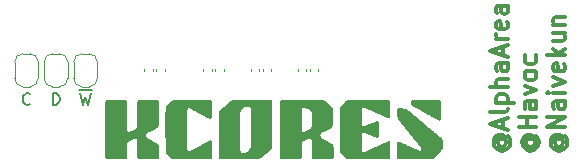
<source format=gto>
%TF.GenerationSoftware,KiCad,Pcbnew,(6.0.1)*%
%TF.CreationDate,2022-02-11T10:22:36+08:00*%
%TF.ProjectId,Wyse-5070-PCIe-Riser,57797365-2d35-4303-9730-2d504349652d,rev?*%
%TF.SameCoordinates,Original*%
%TF.FileFunction,Legend,Top*%
%TF.FilePolarity,Positive*%
%FSLAX46Y46*%
G04 Gerber Fmt 4.6, Leading zero omitted, Abs format (unit mm)*
G04 Created by KiCad (PCBNEW (6.0.1)) date 2022-02-11 10:22:36*
%MOMM*%
%LPD*%
G01*
G04 APERTURE LIST*
%ADD10C,0.150000*%
%ADD11C,0.300000*%
%ADD12C,0.120000*%
G04 APERTURE END LIST*
D10*
X136738095Y-135952380D02*
X136738095Y-134952380D01*
X136976190Y-134952380D01*
X137119047Y-135000000D01*
X137214285Y-135095238D01*
X137261904Y-135190476D01*
X137309523Y-135380952D01*
X137309523Y-135523809D01*
X137261904Y-135714285D01*
X137214285Y-135809523D01*
X137119047Y-135904761D01*
X136976190Y-135952380D01*
X136738095Y-135952380D01*
X134809523Y-135857142D02*
X134761904Y-135904761D01*
X134619047Y-135952380D01*
X134523809Y-135952380D01*
X134380952Y-135904761D01*
X134285714Y-135809523D01*
X134238095Y-135714285D01*
X134190476Y-135523809D01*
X134190476Y-135380952D01*
X134238095Y-135190476D01*
X134285714Y-135095238D01*
X134380952Y-135000000D01*
X134523809Y-134952380D01*
X134619047Y-134952380D01*
X134761904Y-135000000D01*
X134809523Y-135047619D01*
X138928571Y-134670000D02*
X140071428Y-134670000D01*
X139071428Y-134952380D02*
X139309523Y-135952380D01*
X139500000Y-135238095D01*
X139690476Y-135952380D01*
X139928571Y-134952380D01*
D11*
X174549285Y-138819285D02*
X174477857Y-138890714D01*
X174406428Y-139033571D01*
X174406428Y-139176428D01*
X174477857Y-139319285D01*
X174549285Y-139390714D01*
X174692142Y-139462142D01*
X174835000Y-139462142D01*
X174977857Y-139390714D01*
X175049285Y-139319285D01*
X175120714Y-139176428D01*
X175120714Y-139033571D01*
X175049285Y-138890714D01*
X174977857Y-138819285D01*
X174406428Y-138819285D02*
X174977857Y-138819285D01*
X175049285Y-138747857D01*
X175049285Y-138676428D01*
X174977857Y-138533571D01*
X174835000Y-138462142D01*
X174477857Y-138462142D01*
X174263571Y-138605000D01*
X174120714Y-138819285D01*
X174049285Y-139105000D01*
X174120714Y-139390714D01*
X174263571Y-139605000D01*
X174477857Y-139747857D01*
X174763571Y-139819285D01*
X175049285Y-139747857D01*
X175263571Y-139605000D01*
X175406428Y-139390714D01*
X175477857Y-139105000D01*
X175406428Y-138819285D01*
X175263571Y-138605000D01*
X174835000Y-137890714D02*
X174835000Y-137176428D01*
X175263571Y-138033571D02*
X173763571Y-137533571D01*
X175263571Y-137033571D01*
X175263571Y-136319285D02*
X175192142Y-136462142D01*
X175049285Y-136533571D01*
X173763571Y-136533571D01*
X174263571Y-135747857D02*
X175763571Y-135747857D01*
X174335000Y-135747857D02*
X174263571Y-135605000D01*
X174263571Y-135319285D01*
X174335000Y-135176428D01*
X174406428Y-135105000D01*
X174549285Y-135033571D01*
X174977857Y-135033571D01*
X175120714Y-135105000D01*
X175192142Y-135176428D01*
X175263571Y-135319285D01*
X175263571Y-135605000D01*
X175192142Y-135747857D01*
X175263571Y-134390714D02*
X173763571Y-134390714D01*
X175263571Y-133747857D02*
X174477857Y-133747857D01*
X174335000Y-133819285D01*
X174263571Y-133962142D01*
X174263571Y-134176428D01*
X174335000Y-134319285D01*
X174406428Y-134390714D01*
X175263571Y-132390714D02*
X174477857Y-132390714D01*
X174335000Y-132462142D01*
X174263571Y-132605000D01*
X174263571Y-132890714D01*
X174335000Y-133033571D01*
X175192142Y-132390714D02*
X175263571Y-132533571D01*
X175263571Y-132890714D01*
X175192142Y-133033571D01*
X175049285Y-133105000D01*
X174906428Y-133105000D01*
X174763571Y-133033571D01*
X174692142Y-132890714D01*
X174692142Y-132533571D01*
X174620714Y-132390714D01*
X174835000Y-131747857D02*
X174835000Y-131033571D01*
X175263571Y-131890714D02*
X173763571Y-131390714D01*
X175263571Y-130890714D01*
X175263571Y-130390714D02*
X174263571Y-130390714D01*
X174549285Y-130390714D02*
X174406428Y-130319285D01*
X174335000Y-130247857D01*
X174263571Y-130105000D01*
X174263571Y-129962142D01*
X175192142Y-128890714D02*
X175263571Y-129033571D01*
X175263571Y-129319285D01*
X175192142Y-129462142D01*
X175049285Y-129533571D01*
X174477857Y-129533571D01*
X174335000Y-129462142D01*
X174263571Y-129319285D01*
X174263571Y-129033571D01*
X174335000Y-128890714D01*
X174477857Y-128819285D01*
X174620714Y-128819285D01*
X174763571Y-129533571D01*
X175263571Y-127533571D02*
X174477857Y-127533571D01*
X174335000Y-127605000D01*
X174263571Y-127747857D01*
X174263571Y-128033571D01*
X174335000Y-128176428D01*
X175192142Y-127533571D02*
X175263571Y-127676428D01*
X175263571Y-128033571D01*
X175192142Y-128176428D01*
X175049285Y-128247857D01*
X174906428Y-128247857D01*
X174763571Y-128176428D01*
X174692142Y-128033571D01*
X174692142Y-127676428D01*
X174620714Y-127533571D01*
X176964285Y-138819285D02*
X176892857Y-138890714D01*
X176821428Y-139033571D01*
X176821428Y-139176428D01*
X176892857Y-139319285D01*
X176964285Y-139390714D01*
X177107142Y-139462142D01*
X177250000Y-139462142D01*
X177392857Y-139390714D01*
X177464285Y-139319285D01*
X177535714Y-139176428D01*
X177535714Y-139033571D01*
X177464285Y-138890714D01*
X177392857Y-138819285D01*
X176821428Y-138819285D02*
X177392857Y-138819285D01*
X177464285Y-138747857D01*
X177464285Y-138676428D01*
X177392857Y-138533571D01*
X177250000Y-138462142D01*
X176892857Y-138462142D01*
X176678571Y-138605000D01*
X176535714Y-138819285D01*
X176464285Y-139105000D01*
X176535714Y-139390714D01*
X176678571Y-139605000D01*
X176892857Y-139747857D01*
X177178571Y-139819285D01*
X177464285Y-139747857D01*
X177678571Y-139605000D01*
X177821428Y-139390714D01*
X177892857Y-139105000D01*
X177821428Y-138819285D01*
X177678571Y-138605000D01*
X177678571Y-137819285D02*
X176178571Y-137819285D01*
X176892857Y-137819285D02*
X176892857Y-136962142D01*
X177678571Y-136962142D02*
X176178571Y-136962142D01*
X177678571Y-135605000D02*
X176892857Y-135605000D01*
X176750000Y-135676428D01*
X176678571Y-135819285D01*
X176678571Y-136105000D01*
X176750000Y-136247857D01*
X177607142Y-135605000D02*
X177678571Y-135747857D01*
X177678571Y-136105000D01*
X177607142Y-136247857D01*
X177464285Y-136319285D01*
X177321428Y-136319285D01*
X177178571Y-136247857D01*
X177107142Y-136105000D01*
X177107142Y-135747857D01*
X177035714Y-135605000D01*
X176678571Y-135033571D02*
X177678571Y-134676428D01*
X176678571Y-134319285D01*
X177678571Y-133533571D02*
X177607142Y-133676428D01*
X177535714Y-133747857D01*
X177392857Y-133819285D01*
X176964285Y-133819285D01*
X176821428Y-133747857D01*
X176750000Y-133676428D01*
X176678571Y-133533571D01*
X176678571Y-133319285D01*
X176750000Y-133176428D01*
X176821428Y-133105000D01*
X176964285Y-133033571D01*
X177392857Y-133033571D01*
X177535714Y-133105000D01*
X177607142Y-133176428D01*
X177678571Y-133319285D01*
X177678571Y-133533571D01*
X177607142Y-131747857D02*
X177678571Y-131890714D01*
X177678571Y-132176428D01*
X177607142Y-132319285D01*
X177535714Y-132390714D01*
X177392857Y-132462142D01*
X176964285Y-132462142D01*
X176821428Y-132390714D01*
X176750000Y-132319285D01*
X176678571Y-132176428D01*
X176678571Y-131890714D01*
X176750000Y-131747857D01*
X179379285Y-138819285D02*
X179307857Y-138890714D01*
X179236428Y-139033571D01*
X179236428Y-139176428D01*
X179307857Y-139319285D01*
X179379285Y-139390714D01*
X179522142Y-139462142D01*
X179665000Y-139462142D01*
X179807857Y-139390714D01*
X179879285Y-139319285D01*
X179950714Y-139176428D01*
X179950714Y-139033571D01*
X179879285Y-138890714D01*
X179807857Y-138819285D01*
X179236428Y-138819285D02*
X179807857Y-138819285D01*
X179879285Y-138747857D01*
X179879285Y-138676428D01*
X179807857Y-138533571D01*
X179665000Y-138462142D01*
X179307857Y-138462142D01*
X179093571Y-138605000D01*
X178950714Y-138819285D01*
X178879285Y-139105000D01*
X178950714Y-139390714D01*
X179093571Y-139605000D01*
X179307857Y-139747857D01*
X179593571Y-139819285D01*
X179879285Y-139747857D01*
X180093571Y-139605000D01*
X180236428Y-139390714D01*
X180307857Y-139105000D01*
X180236428Y-138819285D01*
X180093571Y-138605000D01*
X180093571Y-137819285D02*
X178593571Y-137819285D01*
X180093571Y-136962142D01*
X178593571Y-136962142D01*
X180093571Y-135605000D02*
X179307857Y-135605000D01*
X179165000Y-135676428D01*
X179093571Y-135819285D01*
X179093571Y-136105000D01*
X179165000Y-136247857D01*
X180022142Y-135605000D02*
X180093571Y-135747857D01*
X180093571Y-136105000D01*
X180022142Y-136247857D01*
X179879285Y-136319285D01*
X179736428Y-136319285D01*
X179593571Y-136247857D01*
X179522142Y-136105000D01*
X179522142Y-135747857D01*
X179450714Y-135605000D01*
X180093571Y-134890714D02*
X179093571Y-134890714D01*
X178593571Y-134890714D02*
X178665000Y-134962142D01*
X178736428Y-134890714D01*
X178665000Y-134819285D01*
X178593571Y-134890714D01*
X178736428Y-134890714D01*
X179093571Y-134319285D02*
X180093571Y-133962142D01*
X179093571Y-133605000D01*
X180022142Y-132462142D02*
X180093571Y-132605000D01*
X180093571Y-132890714D01*
X180022142Y-133033571D01*
X179879285Y-133105000D01*
X179307857Y-133105000D01*
X179165000Y-133033571D01*
X179093571Y-132890714D01*
X179093571Y-132605000D01*
X179165000Y-132462142D01*
X179307857Y-132390714D01*
X179450714Y-132390714D01*
X179593571Y-133105000D01*
X180093571Y-131747857D02*
X178593571Y-131747857D01*
X179522142Y-131605000D02*
X180093571Y-131176428D01*
X179093571Y-131176428D02*
X179665000Y-131747857D01*
X179093571Y-129890714D02*
X180093571Y-129890714D01*
X179093571Y-130533571D02*
X179879285Y-130533571D01*
X180022142Y-130462142D01*
X180093571Y-130319285D01*
X180093571Y-130105000D01*
X180022142Y-129962142D01*
X179950714Y-129890714D01*
X179093571Y-129176428D02*
X180093571Y-129176428D01*
X179236428Y-129176428D02*
X179165000Y-129105000D01*
X179093571Y-128962142D01*
X179093571Y-128747857D01*
X179165000Y-128605000D01*
X179307857Y-128533571D01*
X180093571Y-128533571D01*
%TO.C,G\u002A\u002A\u002A*%
G36*
X168487666Y-135547532D02*
G01*
X168550683Y-135547533D01*
X168611010Y-135547535D01*
X168668709Y-135547537D01*
X168723836Y-135547541D01*
X168776452Y-135547545D01*
X168826617Y-135547551D01*
X168874387Y-135547558D01*
X168919824Y-135547566D01*
X168962987Y-135547576D01*
X169003933Y-135547588D01*
X169042722Y-135547602D01*
X169079414Y-135547617D01*
X169114068Y-135547635D01*
X169146742Y-135547655D01*
X169177496Y-135547677D01*
X169206389Y-135547702D01*
X169233480Y-135547730D01*
X169258828Y-135547761D01*
X169282492Y-135547794D01*
X169304532Y-135547831D01*
X169325006Y-135547870D01*
X169343973Y-135547913D01*
X169361494Y-135547960D01*
X169377626Y-135548010D01*
X169392428Y-135548064D01*
X169405961Y-135548122D01*
X169418283Y-135548184D01*
X169429453Y-135548250D01*
X169439531Y-135548321D01*
X169448575Y-135548395D01*
X169456644Y-135548475D01*
X169463798Y-135548559D01*
X169470096Y-135548648D01*
X169475597Y-135548742D01*
X169480360Y-135548841D01*
X169484444Y-135548945D01*
X169487908Y-135549055D01*
X169490812Y-135549170D01*
X169493214Y-135549291D01*
X169495173Y-135549417D01*
X169496749Y-135549550D01*
X169498001Y-135549689D01*
X169498988Y-135549833D01*
X169499769Y-135549984D01*
X169500403Y-135550142D01*
X169500451Y-135550156D01*
X169518705Y-135556761D01*
X169535861Y-135565885D01*
X169551767Y-135577341D01*
X169566269Y-135590941D01*
X169579212Y-135606500D01*
X169590445Y-135623829D01*
X169599813Y-135642741D01*
X169607162Y-135663050D01*
X169612341Y-135684567D01*
X169612796Y-135687143D01*
X169612970Y-135688346D01*
X169613136Y-135689892D01*
X169613293Y-135691857D01*
X169613442Y-135694314D01*
X169613582Y-135697339D01*
X169613714Y-135701005D01*
X169613838Y-135705388D01*
X169613955Y-135710561D01*
X169614064Y-135716599D01*
X169614166Y-135723577D01*
X169614261Y-135731569D01*
X169614350Y-135740650D01*
X169614432Y-135750894D01*
X169614508Y-135762375D01*
X169614578Y-135775168D01*
X169614643Y-135789348D01*
X169614701Y-135804988D01*
X169614755Y-135822164D01*
X169614804Y-135840950D01*
X169614847Y-135861420D01*
X169614887Y-135883649D01*
X169614922Y-135907711D01*
X169614953Y-135933681D01*
X169614980Y-135961633D01*
X169615003Y-135991641D01*
X169615023Y-136023781D01*
X169615040Y-136058127D01*
X169615054Y-136094752D01*
X169615066Y-136133732D01*
X169615075Y-136175142D01*
X169615081Y-136219054D01*
X169615086Y-136265545D01*
X169615089Y-136314688D01*
X169615091Y-136366558D01*
X169615091Y-136468325D01*
X169615089Y-136520011D01*
X169615085Y-136568978D01*
X169615079Y-136615299D01*
X169615071Y-136659049D01*
X169615060Y-136700301D01*
X169615047Y-136739128D01*
X169615031Y-136775604D01*
X169615013Y-136809803D01*
X169614990Y-136841798D01*
X169614965Y-136871662D01*
X169614935Y-136899470D01*
X169614902Y-136925295D01*
X169614864Y-136949210D01*
X169614822Y-136971289D01*
X169614776Y-136991606D01*
X169614725Y-137010234D01*
X169614668Y-137027247D01*
X169614606Y-137042718D01*
X169614539Y-137056721D01*
X169614466Y-137069330D01*
X169614388Y-137080618D01*
X169614303Y-137090658D01*
X169614211Y-137099524D01*
X169614113Y-137107290D01*
X169614008Y-137114030D01*
X169613897Y-137119816D01*
X169613778Y-137124723D01*
X169613651Y-137128824D01*
X169613517Y-137132193D01*
X169613374Y-137134903D01*
X169613224Y-137137027D01*
X169613065Y-137138640D01*
X169612906Y-137139770D01*
X169607926Y-137161575D01*
X169600765Y-137182130D01*
X169591569Y-137201257D01*
X169580484Y-137218776D01*
X169567656Y-137234508D01*
X169553230Y-137248273D01*
X169537351Y-137259893D01*
X169520167Y-137269188D01*
X169502309Y-137275836D01*
X169493208Y-137277903D01*
X169482479Y-137279382D01*
X169471123Y-137280211D01*
X169460140Y-137280328D01*
X169450531Y-137279670D01*
X169447604Y-137279232D01*
X169442447Y-137278074D01*
X169435893Y-137276280D01*
X169429232Y-137274206D01*
X169428258Y-137273877D01*
X169426913Y-137273275D01*
X169424285Y-137271945D01*
X169420340Y-137269869D01*
X169415044Y-137267026D01*
X169408362Y-137263398D01*
X169400261Y-137258966D01*
X169390707Y-137253710D01*
X169379665Y-137247612D01*
X169367100Y-137240651D01*
X169352980Y-137232810D01*
X169337269Y-137224068D01*
X169319934Y-137214407D01*
X169300940Y-137203808D01*
X169280253Y-137192251D01*
X169257839Y-137179717D01*
X169233664Y-137166187D01*
X169207693Y-137151642D01*
X169179893Y-137136062D01*
X169150229Y-137119429D01*
X169118667Y-137101724D01*
X169085173Y-137082926D01*
X169049713Y-137063018D01*
X169012252Y-137041979D01*
X168972756Y-137019791D01*
X168931192Y-136996435D01*
X168887524Y-136971891D01*
X168841719Y-136946140D01*
X168793743Y-136919163D01*
X168743562Y-136890942D01*
X168691140Y-136861455D01*
X168636445Y-136830686D01*
X168579441Y-136798614D01*
X168520095Y-136765220D01*
X168458373Y-136730485D01*
X168394240Y-136694390D01*
X168327662Y-136656916D01*
X168293145Y-136637486D01*
X168240150Y-136607653D01*
X168187737Y-136578143D01*
X168135963Y-136548990D01*
X168084886Y-136520225D01*
X168034560Y-136491880D01*
X167985044Y-136463986D01*
X167936394Y-136436577D01*
X167888666Y-136409684D01*
X167841917Y-136383339D01*
X167796204Y-136357574D01*
X167751584Y-136332420D01*
X167708113Y-136307911D01*
X167665847Y-136284078D01*
X167624844Y-136260952D01*
X167585161Y-136238566D01*
X167546853Y-136216953D01*
X167509977Y-136196143D01*
X167474591Y-136176169D01*
X167440751Y-136157063D01*
X167408513Y-136138856D01*
X167377934Y-136121582D01*
X167349071Y-136105271D01*
X167321981Y-136089956D01*
X167296719Y-136075669D01*
X167273344Y-136062441D01*
X167251911Y-136050305D01*
X167232477Y-136039293D01*
X167215100Y-136029437D01*
X167199834Y-136020768D01*
X167186738Y-136013319D01*
X167175868Y-136007122D01*
X167167280Y-136002209D01*
X167161031Y-135998611D01*
X167157179Y-135996360D01*
X167155859Y-135995551D01*
X167131481Y-135977276D01*
X167109587Y-135957790D01*
X167090220Y-135937144D01*
X167073426Y-135915389D01*
X167059246Y-135892577D01*
X167047997Y-135869405D01*
X167039253Y-135845057D01*
X167033231Y-135820065D01*
X167029928Y-135794661D01*
X167029338Y-135769078D01*
X167031457Y-135743550D01*
X167036279Y-135718309D01*
X167043801Y-135693591D01*
X167052090Y-135673636D01*
X167062193Y-135654371D01*
X167073833Y-135636604D01*
X167087457Y-135619720D01*
X167102499Y-135604074D01*
X167121098Y-135588036D01*
X167141122Y-135574483D01*
X167162533Y-135563435D01*
X167185294Y-135554911D01*
X167203834Y-135550056D01*
X167204628Y-135549904D01*
X167205610Y-135549758D01*
X167206839Y-135549618D01*
X167208375Y-135549484D01*
X167210276Y-135549356D01*
X167212602Y-135549233D01*
X167215411Y-135549117D01*
X167218763Y-135549005D01*
X167222716Y-135548899D01*
X167227331Y-135548798D01*
X167232666Y-135548702D01*
X167238780Y-135548612D01*
X167245732Y-135548525D01*
X167253582Y-135548444D01*
X167262388Y-135548367D01*
X167272209Y-135548295D01*
X167283106Y-135548227D01*
X167295136Y-135548163D01*
X167308360Y-135548103D01*
X167322835Y-135548047D01*
X167338622Y-135547994D01*
X167355779Y-135547946D01*
X167374366Y-135547901D01*
X167394441Y-135547859D01*
X167416063Y-135547820D01*
X167439293Y-135547785D01*
X167464188Y-135547752D01*
X167490808Y-135547723D01*
X167519213Y-135547696D01*
X167549461Y-135547672D01*
X167581611Y-135547650D01*
X167615722Y-135547631D01*
X167651855Y-135547613D01*
X167690066Y-135547598D01*
X167730417Y-135547585D01*
X167772966Y-135547574D01*
X167817771Y-135547564D01*
X167864893Y-135547556D01*
X167914390Y-135547549D01*
X167966322Y-135547544D01*
X168020747Y-135547539D01*
X168077724Y-135547536D01*
X168137314Y-135547534D01*
X168199574Y-135547532D01*
X168264564Y-135547532D01*
X168332343Y-135547531D01*
X168421902Y-135547531D01*
X168487666Y-135547532D01*
G37*
G36*
X166126107Y-136169899D02*
G01*
X166134969Y-136170661D01*
X166143986Y-136171584D01*
X166152231Y-136172565D01*
X166158776Y-136173500D01*
X166160040Y-136173715D01*
X166162979Y-136174365D01*
X166168497Y-136175717D01*
X166176408Y-136177722D01*
X166186524Y-136180330D01*
X166198661Y-136183493D01*
X166212630Y-136187161D01*
X166228246Y-136191286D01*
X166245322Y-136195817D01*
X166263671Y-136200705D01*
X166283107Y-136205903D01*
X166303443Y-136211359D01*
X166324493Y-136217025D01*
X166337016Y-136220405D01*
X166358802Y-136226289D01*
X166380248Y-136232081D01*
X166401143Y-136237722D01*
X166421274Y-136243157D01*
X166440428Y-136248327D01*
X166458394Y-136253175D01*
X166474959Y-136257644D01*
X166489910Y-136261676D01*
X166503035Y-136265215D01*
X166514123Y-136268202D01*
X166522959Y-136270581D01*
X166529333Y-136272295D01*
X166531266Y-136272814D01*
X166554382Y-136279120D01*
X166577305Y-136285588D01*
X166599669Y-136292106D01*
X166621109Y-136298562D01*
X166641258Y-136304842D01*
X166659749Y-136310836D01*
X166676217Y-136316429D01*
X166690295Y-136321510D01*
X166691623Y-136322011D01*
X166738155Y-136341159D01*
X166783615Y-136362942D01*
X166827884Y-136387294D01*
X166870846Y-136414147D01*
X166912382Y-136443435D01*
X166933224Y-136459483D01*
X166935316Y-136461202D01*
X166939535Y-136464724D01*
X166945828Y-136470007D01*
X166954143Y-136477006D01*
X166964430Y-136485677D01*
X166976635Y-136495976D01*
X166990708Y-136507859D01*
X167006596Y-136521282D01*
X167024247Y-136536202D01*
X167043610Y-136552574D01*
X167064633Y-136570354D01*
X167087263Y-136589499D01*
X167111450Y-136609964D01*
X167137141Y-136631705D01*
X167164284Y-136654679D01*
X167192827Y-136678842D01*
X167222719Y-136704149D01*
X167253908Y-136730557D01*
X167286342Y-136758022D01*
X167319969Y-136786499D01*
X167354737Y-136815945D01*
X167390594Y-136846316D01*
X167427489Y-136877568D01*
X167465370Y-136909656D01*
X167504184Y-136942538D01*
X167543881Y-136976168D01*
X167584407Y-137010504D01*
X167625712Y-137045501D01*
X167667743Y-137081114D01*
X167710449Y-137117301D01*
X167753777Y-137154018D01*
X167797676Y-137191219D01*
X167842095Y-137228862D01*
X167886980Y-137266902D01*
X167932281Y-137305295D01*
X167977945Y-137343998D01*
X168023920Y-137382966D01*
X168070156Y-137422156D01*
X168116599Y-137461523D01*
X168163198Y-137501024D01*
X168209902Y-137540615D01*
X168256658Y-137580251D01*
X168303414Y-137619889D01*
X168350119Y-137659485D01*
X168396721Y-137698995D01*
X168443168Y-137738374D01*
X168489407Y-137777580D01*
X168535388Y-137816567D01*
X168581059Y-137855292D01*
X168626367Y-137893711D01*
X168671260Y-137931781D01*
X168715688Y-137969456D01*
X168759597Y-138006694D01*
X168802936Y-138043450D01*
X168845654Y-138079680D01*
X168887698Y-138115340D01*
X168929017Y-138150387D01*
X168969558Y-138184776D01*
X169009271Y-138218464D01*
X169048102Y-138251406D01*
X169086001Y-138283558D01*
X169122914Y-138314877D01*
X169158792Y-138345319D01*
X169193580Y-138374839D01*
X169227229Y-138403394D01*
X169259686Y-138430940D01*
X169290898Y-138457432D01*
X169320815Y-138482828D01*
X169349384Y-138507082D01*
X169376554Y-138530151D01*
X169402272Y-138551991D01*
X169426487Y-138572558D01*
X169449147Y-138591808D01*
X169470200Y-138609697D01*
X169489594Y-138626181D01*
X169507278Y-138641216D01*
X169523199Y-138654758D01*
X169537306Y-138666764D01*
X169549547Y-138677189D01*
X169559870Y-138685990D01*
X169568223Y-138693121D01*
X169574554Y-138698540D01*
X169578812Y-138702203D01*
X169580944Y-138704065D01*
X169581101Y-138704208D01*
X169605297Y-138728143D01*
X169629183Y-138754421D01*
X169652349Y-138782524D01*
X169674384Y-138811931D01*
X169694878Y-138842123D01*
X169711861Y-138869872D01*
X169717952Y-138880781D01*
X169724741Y-138893620D01*
X169731887Y-138907686D01*
X169739046Y-138922280D01*
X169745876Y-138936697D01*
X169752033Y-138950236D01*
X169757175Y-138962196D01*
X169758347Y-138965068D01*
X169772825Y-139004560D01*
X169785162Y-139045596D01*
X169795253Y-139087701D01*
X169802991Y-139130401D01*
X169808268Y-139173219D01*
X169809949Y-139194503D01*
X169810209Y-139200093D01*
X169810442Y-139208174D01*
X169810651Y-139218486D01*
X169810833Y-139230774D01*
X169810991Y-139244779D01*
X169811122Y-139260246D01*
X169811229Y-139276917D01*
X169811310Y-139294534D01*
X169811366Y-139312841D01*
X169811397Y-139331581D01*
X169811403Y-139350497D01*
X169811384Y-139369331D01*
X169811339Y-139387826D01*
X169811270Y-139405726D01*
X169811176Y-139422773D01*
X169811058Y-139438711D01*
X169810914Y-139453281D01*
X169810746Y-139466228D01*
X169810553Y-139477293D01*
X169810336Y-139486221D01*
X169810095Y-139492753D01*
X169809875Y-139496174D01*
X169805413Y-139529104D01*
X169798226Y-139561173D01*
X169788344Y-139592319D01*
X169775798Y-139622478D01*
X169760616Y-139651584D01*
X169742828Y-139679574D01*
X169722463Y-139706383D01*
X169703576Y-139727745D01*
X169701566Y-139729914D01*
X169697708Y-139734123D01*
X169692075Y-139740289D01*
X169684744Y-139748330D01*
X169675789Y-139758162D01*
X169665287Y-139769701D01*
X169653314Y-139782865D01*
X169639943Y-139797571D01*
X169625251Y-139813736D01*
X169609314Y-139831276D01*
X169592206Y-139850109D01*
X169574004Y-139870151D01*
X169554783Y-139891319D01*
X169534618Y-139913531D01*
X169513584Y-139936702D01*
X169491758Y-139960751D01*
X169469214Y-139985593D01*
X169446029Y-140011147D01*
X169422277Y-140037328D01*
X169398035Y-140064054D01*
X169376311Y-140088005D01*
X169351723Y-140115112D01*
X169327567Y-140141730D01*
X169303918Y-140167776D01*
X169280852Y-140193170D01*
X169258444Y-140217829D01*
X169236769Y-140241669D01*
X169215901Y-140264610D01*
X169195915Y-140286570D01*
X169176887Y-140307465D01*
X169158891Y-140327213D01*
X169142002Y-140345734D01*
X169126296Y-140362943D01*
X169111847Y-140378760D01*
X169098729Y-140393102D01*
X169087019Y-140405887D01*
X169076791Y-140417032D01*
X169068120Y-140426455D01*
X169061080Y-140434075D01*
X169055748Y-140439809D01*
X169052197Y-140443574D01*
X169050588Y-140445211D01*
X169033685Y-140459868D01*
X169014675Y-140474216D01*
X168994313Y-140487746D01*
X168973350Y-140499944D01*
X168959849Y-140506873D01*
X168935639Y-140517626D01*
X168910911Y-140526580D01*
X168885017Y-140533937D01*
X168857307Y-140539899D01*
X168849867Y-140541222D01*
X168831955Y-140544281D01*
X167417580Y-140544497D01*
X167353950Y-140544506D01*
X167291010Y-140544514D01*
X167228821Y-140544520D01*
X167167445Y-140544526D01*
X167106943Y-140544530D01*
X167047376Y-140544533D01*
X166988805Y-140544535D01*
X166931293Y-140544535D01*
X166874899Y-140544534D01*
X166819686Y-140544533D01*
X166765714Y-140544530D01*
X166713046Y-140544526D01*
X166661742Y-140544521D01*
X166611864Y-140544515D01*
X166563472Y-140544507D01*
X166516629Y-140544499D01*
X166471396Y-140544490D01*
X166427834Y-140544479D01*
X166386004Y-140544468D01*
X166345967Y-140544456D01*
X166307786Y-140544442D01*
X166271520Y-140544428D01*
X166237232Y-140544413D01*
X166204983Y-140544397D01*
X166174835Y-140544380D01*
X166146847Y-140544362D01*
X166121083Y-140544343D01*
X166097602Y-140544324D01*
X166076467Y-140544303D01*
X166057739Y-140544282D01*
X166041479Y-140544260D01*
X166027748Y-140544237D01*
X166016607Y-140544213D01*
X166008119Y-140544189D01*
X166002344Y-140544164D01*
X165999344Y-140544138D01*
X165998905Y-140544125D01*
X165979023Y-140540014D01*
X165960291Y-140533356D01*
X165942879Y-140524297D01*
X165926955Y-140512983D01*
X165912689Y-140499561D01*
X165900250Y-140484176D01*
X165889806Y-140466975D01*
X165881527Y-140448102D01*
X165878983Y-140440524D01*
X165875667Y-140429777D01*
X165874950Y-139807136D01*
X165874904Y-139764932D01*
X165874863Y-139723406D01*
X165874828Y-139682652D01*
X165874797Y-139642765D01*
X165874772Y-139603839D01*
X165874752Y-139565969D01*
X165874737Y-139529249D01*
X165874727Y-139493773D01*
X165874722Y-139459636D01*
X165874722Y-139426933D01*
X165874727Y-139395758D01*
X165874736Y-139366205D01*
X165874751Y-139338368D01*
X165874770Y-139312343D01*
X165874795Y-139288224D01*
X165874824Y-139266105D01*
X165874857Y-139246081D01*
X165874895Y-139228245D01*
X165874938Y-139212694D01*
X165874986Y-139199520D01*
X165875038Y-139188819D01*
X165875094Y-139180684D01*
X165875155Y-139175211D01*
X165875220Y-139172494D01*
X165875231Y-139172315D01*
X165878157Y-139153274D01*
X165883599Y-139135256D01*
X165891344Y-139118409D01*
X165901179Y-139102883D01*
X165912891Y-139088825D01*
X165926266Y-139076384D01*
X165941092Y-139065707D01*
X165957155Y-139056945D01*
X165974242Y-139050244D01*
X165992140Y-139045753D01*
X166010636Y-139043621D01*
X166029517Y-139043996D01*
X166048570Y-139047026D01*
X166053456Y-139048248D01*
X166055330Y-139048910D01*
X166058995Y-139050370D01*
X166064481Y-139052644D01*
X166071820Y-139055743D01*
X166081041Y-139059683D01*
X166092175Y-139064475D01*
X166105253Y-139070134D01*
X166120306Y-139076673D01*
X166137363Y-139084105D01*
X166156457Y-139092445D01*
X166177617Y-139101704D01*
X166200874Y-139111898D01*
X166226258Y-139123039D01*
X166253801Y-139135140D01*
X166283532Y-139148216D01*
X166315483Y-139162280D01*
X166349684Y-139177345D01*
X166386165Y-139193424D01*
X166424958Y-139210531D01*
X166466093Y-139228680D01*
X166509601Y-139247884D01*
X166555511Y-139268157D01*
X166603855Y-139289511D01*
X166654664Y-139311961D01*
X166707968Y-139335519D01*
X166763797Y-139360200D01*
X166822183Y-139386016D01*
X166883155Y-139412982D01*
X166886748Y-139414571D01*
X166944457Y-139440097D01*
X166999604Y-139464489D01*
X167052245Y-139487775D01*
X167102442Y-139509978D01*
X167150251Y-139531126D01*
X167195731Y-139551244D01*
X167238941Y-139570357D01*
X167279939Y-139588491D01*
X167318784Y-139605672D01*
X167355534Y-139621927D01*
X167390249Y-139637279D01*
X167422985Y-139651756D01*
X167453803Y-139665382D01*
X167482760Y-139678184D01*
X167509915Y-139690187D01*
X167535326Y-139701417D01*
X167559053Y-139711900D01*
X167581153Y-139721661D01*
X167601684Y-139730727D01*
X167620707Y-139739122D01*
X167638278Y-139746872D01*
X167654457Y-139754004D01*
X167669303Y-139760543D01*
X167682872Y-139766514D01*
X167695225Y-139771944D01*
X167706420Y-139776858D01*
X167716515Y-139781281D01*
X167725568Y-139785240D01*
X167733639Y-139788760D01*
X167740785Y-139791868D01*
X167747066Y-139794587D01*
X167752539Y-139796946D01*
X167757264Y-139798968D01*
X167761299Y-139800680D01*
X167764701Y-139802107D01*
X167767531Y-139803275D01*
X167769846Y-139804211D01*
X167771705Y-139804939D01*
X167773167Y-139805485D01*
X167774289Y-139805876D01*
X167775131Y-139806136D01*
X167775751Y-139806291D01*
X167776207Y-139806368D01*
X167776558Y-139806391D01*
X167776863Y-139806387D01*
X167777180Y-139806382D01*
X167777567Y-139806400D01*
X167778084Y-139806468D01*
X167778788Y-139806612D01*
X167779413Y-139806768D01*
X167793082Y-139809407D01*
X167808037Y-139810598D01*
X167823185Y-139810329D01*
X167837431Y-139808589D01*
X167842858Y-139807424D01*
X167861876Y-139801270D01*
X167879678Y-139792638D01*
X167896067Y-139781728D01*
X167910843Y-139768744D01*
X167923807Y-139753885D01*
X167934760Y-139737354D01*
X167943503Y-139719353D01*
X167949838Y-139700082D01*
X167950167Y-139698765D01*
X167952146Y-139687801D01*
X167953190Y-139675465D01*
X167953300Y-139662728D01*
X167952473Y-139650559D01*
X167950708Y-139639931D01*
X167950234Y-139638042D01*
X167946832Y-139626525D01*
X167943163Y-139616667D01*
X167938738Y-139607268D01*
X167934562Y-139599683D01*
X167933400Y-139598041D01*
X167930743Y-139594551D01*
X167926581Y-139589202D01*
X167920905Y-139581981D01*
X167913706Y-139572878D01*
X167904974Y-139561881D01*
X167894700Y-139548978D01*
X167882874Y-139534157D01*
X167869488Y-139517407D01*
X167854532Y-139498717D01*
X167837997Y-139478074D01*
X167819872Y-139455468D01*
X167800150Y-139430885D01*
X167778820Y-139404316D01*
X167755874Y-139375748D01*
X167731301Y-139345169D01*
X167705094Y-139312568D01*
X167677241Y-139277934D01*
X167647734Y-139241255D01*
X167616564Y-139202518D01*
X167583721Y-139161713D01*
X167549196Y-139118828D01*
X167512979Y-139073852D01*
X167475062Y-139026772D01*
X167435435Y-138977577D01*
X167394088Y-138926255D01*
X167351012Y-138872796D01*
X167306198Y-138817186D01*
X167259637Y-138759415D01*
X167211319Y-138699471D01*
X167161234Y-138637343D01*
X167109375Y-138573018D01*
X167055730Y-138506485D01*
X167011105Y-138451143D01*
X166970435Y-138400708D01*
X166930172Y-138350778D01*
X166890356Y-138301400D01*
X166851023Y-138252623D01*
X166812213Y-138204495D01*
X166773965Y-138157063D01*
X166736318Y-138110376D01*
X166699309Y-138064481D01*
X166662978Y-138019426D01*
X166627363Y-137975260D01*
X166592504Y-137932029D01*
X166558437Y-137889783D01*
X166525203Y-137848569D01*
X166492840Y-137808435D01*
X166461387Y-137769429D01*
X166430881Y-137731598D01*
X166401362Y-137694991D01*
X166372869Y-137659656D01*
X166345440Y-137625641D01*
X166319114Y-137592993D01*
X166293929Y-137561761D01*
X166269924Y-137531992D01*
X166247138Y-137503734D01*
X166225609Y-137477036D01*
X166205377Y-137451945D01*
X166186479Y-137428509D01*
X166168954Y-137406776D01*
X166152841Y-137386794D01*
X166138179Y-137368611D01*
X166125007Y-137352275D01*
X166113362Y-137337834D01*
X166103283Y-137325335D01*
X166094810Y-137314827D01*
X166087981Y-137306358D01*
X166082835Y-137299975D01*
X166079409Y-137295727D01*
X166077743Y-137293661D01*
X166077732Y-137293647D01*
X166068129Y-137281262D01*
X166057722Y-137267014D01*
X166046988Y-137251607D01*
X166036402Y-137235744D01*
X166026440Y-137220128D01*
X166017578Y-137205461D01*
X166014721Y-137200502D01*
X165994211Y-137161985D01*
X165975025Y-137121178D01*
X165957246Y-137078373D01*
X165940957Y-137033861D01*
X165926240Y-136987937D01*
X165913180Y-136940891D01*
X165901857Y-136893017D01*
X165892356Y-136844606D01*
X165884758Y-136795952D01*
X165879147Y-136747347D01*
X165876340Y-136711847D01*
X165876037Y-136705280D01*
X165875777Y-136695851D01*
X165875561Y-136683566D01*
X165875389Y-136668427D01*
X165875260Y-136650441D01*
X165875174Y-136629611D01*
X165875133Y-136605941D01*
X165875135Y-136579436D01*
X165875181Y-136550100D01*
X165875244Y-136526273D01*
X165875321Y-136501405D01*
X165875392Y-136479231D01*
X165875463Y-136459578D01*
X165875536Y-136442274D01*
X165875615Y-136427147D01*
X165875703Y-136414025D01*
X165875805Y-136402734D01*
X165875923Y-136393103D01*
X165876062Y-136384959D01*
X165876225Y-136378131D01*
X165876416Y-136372445D01*
X165876639Y-136367730D01*
X165876896Y-136363813D01*
X165877193Y-136360521D01*
X165877531Y-136357684D01*
X165877916Y-136355127D01*
X165878350Y-136352679D01*
X165878838Y-136350168D01*
X165878975Y-136349473D01*
X165885412Y-136323279D01*
X165893914Y-136299070D01*
X165904479Y-136276849D01*
X165917109Y-136256614D01*
X165931802Y-136238369D01*
X165948558Y-136222112D01*
X165967375Y-136207846D01*
X165988254Y-136195570D01*
X165989984Y-136194689D01*
X166012455Y-136184917D01*
X166036423Y-136177431D01*
X166061587Y-136172287D01*
X166087645Y-136169539D01*
X166114295Y-136169241D01*
X166126107Y-136169899D01*
G37*
G36*
X149426296Y-135546963D02*
G01*
X149469816Y-135546967D01*
X149511273Y-135546973D01*
X149550718Y-135546981D01*
X149588202Y-135546991D01*
X149623775Y-135547004D01*
X149657487Y-135547019D01*
X149689388Y-135547037D01*
X149719528Y-135547057D01*
X149747958Y-135547080D01*
X149774728Y-135547105D01*
X149799889Y-135547134D01*
X149823489Y-135547165D01*
X149845581Y-135547198D01*
X149866213Y-135547235D01*
X149885437Y-135547275D01*
X149903302Y-135547317D01*
X149919858Y-135547363D01*
X149935157Y-135547412D01*
X149949248Y-135547464D01*
X149962181Y-135547520D01*
X149974007Y-135547579D01*
X149984776Y-135547641D01*
X149994538Y-135547706D01*
X150003344Y-135547776D01*
X150011243Y-135547848D01*
X150018286Y-135547925D01*
X150024523Y-135548005D01*
X150030005Y-135548089D01*
X150034781Y-135548176D01*
X150038903Y-135548268D01*
X150042419Y-135548363D01*
X150045381Y-135548463D01*
X150047839Y-135548567D01*
X150049843Y-135548674D01*
X150051442Y-135548786D01*
X150052688Y-135548903D01*
X150053631Y-135549023D01*
X150053799Y-135549050D01*
X150075636Y-135554065D01*
X150096598Y-135561749D01*
X150116446Y-135571979D01*
X150134939Y-135584628D01*
X150151839Y-135599572D01*
X150153193Y-135600943D01*
X150167690Y-135617815D01*
X150180057Y-135636559D01*
X150190237Y-135657064D01*
X150198172Y-135679222D01*
X150201776Y-135693017D01*
X150201970Y-135693997D01*
X150202155Y-135695235D01*
X150202329Y-135696809D01*
X150202493Y-135698798D01*
X150202649Y-135701280D01*
X150202795Y-135704335D01*
X150202933Y-135708042D01*
X150203062Y-135712478D01*
X150203184Y-135717723D01*
X150203298Y-135723857D01*
X150203405Y-135730956D01*
X150203505Y-135739101D01*
X150203599Y-135748370D01*
X150203686Y-135758842D01*
X150203768Y-135770595D01*
X150203844Y-135783709D01*
X150203916Y-135798262D01*
X150203982Y-135814333D01*
X150204044Y-135832001D01*
X150204102Y-135851345D01*
X150204157Y-135872443D01*
X150204208Y-135895374D01*
X150204256Y-135920218D01*
X150204302Y-135947052D01*
X150204345Y-135975956D01*
X150204386Y-136007008D01*
X150204426Y-136040288D01*
X150204465Y-136075873D01*
X150204502Y-136113843D01*
X150204540Y-136154277D01*
X150204577Y-136197253D01*
X150204614Y-136242851D01*
X150204652Y-136291148D01*
X150204690Y-136342224D01*
X150204695Y-136347864D01*
X150204734Y-136403617D01*
X150204767Y-136456551D01*
X150204793Y-136506715D01*
X150204812Y-136554157D01*
X150204825Y-136598925D01*
X150204830Y-136641067D01*
X150204829Y-136680631D01*
X150204820Y-136717664D01*
X150204804Y-136752215D01*
X150204781Y-136784331D01*
X150204751Y-136814062D01*
X150204713Y-136841453D01*
X150204668Y-136866554D01*
X150204615Y-136889413D01*
X150204555Y-136910077D01*
X150204487Y-136928595D01*
X150204410Y-136945013D01*
X150204326Y-136959381D01*
X150204234Y-136971747D01*
X150204134Y-136982157D01*
X150204026Y-136990661D01*
X150203910Y-136997306D01*
X150203785Y-137002140D01*
X150203652Y-137005211D01*
X150203574Y-137006174D01*
X150200283Y-137025621D01*
X150194896Y-137043471D01*
X150187216Y-137060273D01*
X150179861Y-137072475D01*
X150167442Y-137088597D01*
X150153015Y-137102736D01*
X150136737Y-137114786D01*
X150118765Y-137124645D01*
X150099256Y-137132208D01*
X150083960Y-137136257D01*
X150078742Y-137137019D01*
X150071400Y-137137588D01*
X150062675Y-137137918D01*
X150054584Y-137137980D01*
X150038233Y-137137237D01*
X150023686Y-137135129D01*
X150010145Y-137131495D01*
X149997247Y-137126372D01*
X149995478Y-137125465D01*
X149991249Y-137123241D01*
X149984628Y-137119736D01*
X149975682Y-137114986D01*
X149964477Y-137109027D01*
X149951082Y-137101894D01*
X149935563Y-137093624D01*
X149917988Y-137084253D01*
X149898424Y-137073816D01*
X149876937Y-137062348D01*
X149853596Y-137049888D01*
X149828466Y-137036469D01*
X149801616Y-137022127D01*
X149773112Y-137006900D01*
X149743023Y-136990822D01*
X149711414Y-136973930D01*
X149678353Y-136956260D01*
X149643907Y-136937846D01*
X149608143Y-136918726D01*
X149571129Y-136898935D01*
X149532932Y-136878509D01*
X149493619Y-136857484D01*
X149453256Y-136835896D01*
X149411912Y-136813780D01*
X149369653Y-136791173D01*
X149326547Y-136768110D01*
X149282660Y-136744628D01*
X149238060Y-136720762D01*
X149192815Y-136696548D01*
X149162539Y-136680344D01*
X149116908Y-136655924D01*
X149071881Y-136631831D01*
X149027524Y-136608100D01*
X148983904Y-136584768D01*
X148941088Y-136561870D01*
X148899144Y-136539442D01*
X148858139Y-136517521D01*
X148818139Y-136496141D01*
X148779212Y-136475338D01*
X148741424Y-136455149D01*
X148704844Y-136435609D01*
X148669538Y-136416753D01*
X148635573Y-136398619D01*
X148603016Y-136381241D01*
X148571935Y-136364655D01*
X148542396Y-136348898D01*
X148514466Y-136334004D01*
X148488213Y-136320010D01*
X148463704Y-136306952D01*
X148441006Y-136294865D01*
X148420186Y-136283785D01*
X148401310Y-136273748D01*
X148384447Y-136264789D01*
X148369663Y-136256946D01*
X148357026Y-136250252D01*
X148346601Y-136244745D01*
X148338458Y-136240459D01*
X148332662Y-136237432D01*
X148329280Y-136235698D01*
X148328401Y-136235278D01*
X148308822Y-136229372D01*
X148288981Y-136226230D01*
X148269127Y-136225819D01*
X148249511Y-136228101D01*
X148230382Y-136233042D01*
X148211991Y-136240607D01*
X148194588Y-136250761D01*
X148188713Y-136254967D01*
X148172853Y-136268632D01*
X148159342Y-136283916D01*
X148148241Y-136300712D01*
X148139609Y-136318913D01*
X148133507Y-136338413D01*
X148130048Y-136358612D01*
X148129977Y-136360703D01*
X148129909Y-136365591D01*
X148129842Y-136373208D01*
X148129777Y-136383485D01*
X148129713Y-136396353D01*
X148129652Y-136411742D01*
X148129592Y-136429586D01*
X148129534Y-136449813D01*
X148129478Y-136472357D01*
X148129423Y-136497147D01*
X148129371Y-136524116D01*
X148129320Y-136553194D01*
X148129270Y-136584313D01*
X148129223Y-136617404D01*
X148129177Y-136652398D01*
X148129133Y-136689227D01*
X148129091Y-136727821D01*
X148129050Y-136768112D01*
X148129012Y-136810031D01*
X148128974Y-136853509D01*
X148128939Y-136898478D01*
X148128906Y-136944868D01*
X148128874Y-136992612D01*
X148128844Y-137041640D01*
X148128815Y-137091883D01*
X148128789Y-137143273D01*
X148128764Y-137195740D01*
X148128741Y-137249217D01*
X148128719Y-137303634D01*
X148128700Y-137358923D01*
X148128682Y-137415014D01*
X148128665Y-137471839D01*
X148128651Y-137529330D01*
X148128638Y-137587417D01*
X148128627Y-137646032D01*
X148128618Y-137705106D01*
X148128610Y-137764569D01*
X148128604Y-137824355D01*
X148128600Y-137884392D01*
X148128598Y-137944614D01*
X148128597Y-138004950D01*
X148128598Y-138065333D01*
X148128600Y-138125693D01*
X148128605Y-138185962D01*
X148128611Y-138246071D01*
X148128618Y-138305951D01*
X148128628Y-138365534D01*
X148128639Y-138424750D01*
X148128652Y-138483531D01*
X148128667Y-138541808D01*
X148128683Y-138599512D01*
X148128701Y-138656575D01*
X148128720Y-138712927D01*
X148128742Y-138768501D01*
X148128765Y-138823226D01*
X148128790Y-138877036D01*
X148128816Y-138929859D01*
X148128844Y-138981629D01*
X148128874Y-139032275D01*
X148128905Y-139081730D01*
X148128939Y-139129925D01*
X148128973Y-139176790D01*
X148129010Y-139222257D01*
X148129048Y-139266258D01*
X148129088Y-139308723D01*
X148129130Y-139349583D01*
X148129173Y-139388771D01*
X148129218Y-139426217D01*
X148129265Y-139461852D01*
X148129313Y-139495607D01*
X148129363Y-139527414D01*
X148129414Y-139557205D01*
X148129468Y-139584909D01*
X148129523Y-139610459D01*
X148129579Y-139633786D01*
X148129638Y-139654821D01*
X148129697Y-139673495D01*
X148129759Y-139689739D01*
X148129822Y-139703485D01*
X148129887Y-139714663D01*
X148129954Y-139723206D01*
X148130022Y-139729044D01*
X148130092Y-139732108D01*
X148130116Y-139732504D01*
X148133587Y-139752832D01*
X148139631Y-139772081D01*
X148148098Y-139790069D01*
X148158840Y-139806613D01*
X148171705Y-139821532D01*
X148186547Y-139834643D01*
X148203214Y-139845764D01*
X148221558Y-139854714D01*
X148234011Y-139859187D01*
X148253673Y-139863904D01*
X148273296Y-139865754D01*
X148292877Y-139864739D01*
X148312414Y-139860860D01*
X148331903Y-139854116D01*
X148342860Y-139849054D01*
X148344751Y-139848059D01*
X148349099Y-139845743D01*
X148355837Y-139842143D01*
X148364895Y-139837294D01*
X148376208Y-139831234D01*
X148389706Y-139823998D01*
X148405324Y-139815623D01*
X148422992Y-139806144D01*
X148442644Y-139795599D01*
X148464212Y-139784024D01*
X148487628Y-139771455D01*
X148512824Y-139757928D01*
X148539734Y-139743480D01*
X148568288Y-139728146D01*
X148598421Y-139711964D01*
X148630064Y-139694969D01*
X148663149Y-139677199D01*
X148697609Y-139658688D01*
X148733377Y-139639474D01*
X148770384Y-139619592D01*
X148808563Y-139599080D01*
X148847847Y-139577973D01*
X148888168Y-139556308D01*
X148929458Y-139534121D01*
X148971649Y-139511448D01*
X149014675Y-139488326D01*
X149058467Y-139464791D01*
X149102957Y-139440879D01*
X149148079Y-139416626D01*
X149172570Y-139403463D01*
X149217995Y-139379048D01*
X149262823Y-139354958D01*
X149306988Y-139331230D01*
X149350420Y-139307898D01*
X149393053Y-139285000D01*
X149434819Y-139262572D01*
X149475650Y-139240649D01*
X149515480Y-139219268D01*
X149554240Y-139198466D01*
X149591863Y-139178277D01*
X149628282Y-139158740D01*
X149663428Y-139139889D01*
X149697236Y-139121761D01*
X149729635Y-139104391D01*
X149760561Y-139087818D01*
X149789944Y-139072075D01*
X149817717Y-139057201D01*
X149843814Y-139043230D01*
X149868165Y-139030199D01*
X149890705Y-139018144D01*
X149911365Y-139007101D01*
X149930077Y-138997108D01*
X149946775Y-138988198D01*
X149961390Y-138980410D01*
X149973855Y-138973779D01*
X149984103Y-138968341D01*
X149992067Y-138964133D01*
X149997677Y-138961190D01*
X150000868Y-138959549D01*
X150001563Y-138959217D01*
X150012105Y-138955280D01*
X150022166Y-138952490D01*
X150032582Y-138950700D01*
X150044193Y-138949761D01*
X150056733Y-138949524D01*
X150066119Y-138949622D01*
X150073441Y-138949931D01*
X150079499Y-138950528D01*
X150085092Y-138951493D01*
X150091019Y-138952904D01*
X150091029Y-138952906D01*
X150111268Y-138959588D01*
X150129947Y-138968627D01*
X150146960Y-138979946D01*
X150162202Y-138993471D01*
X150175564Y-139009127D01*
X150180527Y-139016223D01*
X150188350Y-139029573D01*
X150194680Y-139043803D01*
X150199874Y-139059751D01*
X150201150Y-139064543D01*
X150204333Y-139077021D01*
X150204333Y-139730471D01*
X150204332Y-139782130D01*
X150204331Y-139831002D01*
X150204329Y-139877166D01*
X150204325Y-139920701D01*
X150204320Y-139961685D01*
X150204312Y-140000197D01*
X150204302Y-140036317D01*
X150204289Y-140070122D01*
X150204274Y-140101693D01*
X150204255Y-140131108D01*
X150204232Y-140158445D01*
X150204206Y-140183784D01*
X150204175Y-140207203D01*
X150204140Y-140228782D01*
X150204100Y-140248599D01*
X150204054Y-140266734D01*
X150204004Y-140283264D01*
X150203947Y-140298269D01*
X150203884Y-140311828D01*
X150203816Y-140324019D01*
X150203740Y-140334922D01*
X150203657Y-140344615D01*
X150203567Y-140353178D01*
X150203470Y-140360689D01*
X150203364Y-140367226D01*
X150203251Y-140372870D01*
X150203128Y-140377698D01*
X150202997Y-140381790D01*
X150202857Y-140385225D01*
X150202707Y-140388080D01*
X150202548Y-140390437D01*
X150202378Y-140392372D01*
X150202198Y-140393965D01*
X150202008Y-140395295D01*
X150201806Y-140396441D01*
X150201732Y-140396818D01*
X150195752Y-140419587D01*
X150187303Y-140440962D01*
X150176444Y-140460846D01*
X150163236Y-140479145D01*
X150147737Y-140495761D01*
X150131434Y-140509536D01*
X150123459Y-140514962D01*
X150113732Y-140520678D01*
X150103079Y-140526272D01*
X150092326Y-140531331D01*
X150082297Y-140535441D01*
X150074646Y-140537967D01*
X150073385Y-140538338D01*
X150072302Y-140538696D01*
X150071348Y-140539041D01*
X150070472Y-140539373D01*
X150069622Y-140539694D01*
X150068748Y-140540002D01*
X150067799Y-140540299D01*
X150066725Y-140540584D01*
X150065474Y-140540857D01*
X150063996Y-140541119D01*
X150062240Y-140541370D01*
X150060155Y-140541611D01*
X150057691Y-140541841D01*
X150054796Y-140542061D01*
X150051420Y-140542270D01*
X150047512Y-140542470D01*
X150043022Y-140542660D01*
X150037898Y-140542841D01*
X150032090Y-140543013D01*
X150025547Y-140543175D01*
X150018219Y-140543329D01*
X150010053Y-140543475D01*
X150001001Y-140543612D01*
X149991010Y-140543741D01*
X149980030Y-140543862D01*
X149968011Y-140543975D01*
X149954901Y-140544082D01*
X149940650Y-140544181D01*
X149925207Y-140544273D01*
X149908521Y-140544358D01*
X149890542Y-140544437D01*
X149871218Y-140544509D01*
X149850500Y-140544576D01*
X149828335Y-140544636D01*
X149804674Y-140544691D01*
X149779465Y-140544741D01*
X149752658Y-140544785D01*
X149724202Y-140544825D01*
X149694046Y-140544860D01*
X149662140Y-140544890D01*
X149628432Y-140544916D01*
X149592873Y-140544938D01*
X149555410Y-140544956D01*
X149515994Y-140544971D01*
X149474573Y-140544982D01*
X149431097Y-140544990D01*
X149385515Y-140544995D01*
X149337776Y-140544998D01*
X149287830Y-140544998D01*
X149235625Y-140544995D01*
X149181111Y-140544991D01*
X149124238Y-140544985D01*
X149064953Y-140544977D01*
X149003207Y-140544968D01*
X148938949Y-140544957D01*
X148872128Y-140544946D01*
X148802694Y-140544934D01*
X148730594Y-140544922D01*
X148655779Y-140544909D01*
X148578198Y-140544896D01*
X148500491Y-140544884D01*
X148434157Y-140544874D01*
X148368510Y-140544862D01*
X148303607Y-140544850D01*
X148239507Y-140544838D01*
X148176269Y-140544824D01*
X148113953Y-140544810D01*
X148052617Y-140544795D01*
X147992319Y-140544780D01*
X147933120Y-140544764D01*
X147875077Y-140544748D01*
X147818250Y-140544731D01*
X147762697Y-140544713D01*
X147708477Y-140544695D01*
X147655650Y-140544677D01*
X147604274Y-140544658D01*
X147554408Y-140544639D01*
X147506111Y-140544619D01*
X147459442Y-140544599D01*
X147414460Y-140544579D01*
X147371223Y-140544558D01*
X147329790Y-140544537D01*
X147290221Y-140544516D01*
X147252574Y-140544495D01*
X147216909Y-140544474D01*
X147183283Y-140544452D01*
X147151756Y-140544430D01*
X147122387Y-140544409D01*
X147095235Y-140544387D01*
X147070358Y-140544365D01*
X147047816Y-140544343D01*
X147027667Y-140544321D01*
X147009970Y-140544299D01*
X146994785Y-140544277D01*
X146982170Y-140544256D01*
X146972183Y-140544234D01*
X146964884Y-140544213D01*
X146960332Y-140544192D01*
X146958586Y-140544171D01*
X146958578Y-140544170D01*
X146925208Y-140539991D01*
X146892887Y-140533165D01*
X146861671Y-140523713D01*
X146831613Y-140511660D01*
X146802771Y-140497029D01*
X146775198Y-140479843D01*
X146748952Y-140460125D01*
X146740045Y-140452591D01*
X146736738Y-140449571D01*
X146731599Y-140444688D01*
X146724754Y-140438070D01*
X146716331Y-140429846D01*
X146706458Y-140420145D01*
X146695263Y-140409094D01*
X146682873Y-140396822D01*
X146669416Y-140383458D01*
X146655021Y-140369130D01*
X146639814Y-140353965D01*
X146623923Y-140338094D01*
X146607476Y-140321644D01*
X146590601Y-140304743D01*
X146573426Y-140287519D01*
X146556078Y-140270102D01*
X146538684Y-140252620D01*
X146521374Y-140235201D01*
X146504273Y-140217973D01*
X146487511Y-140201065D01*
X146471215Y-140184605D01*
X146455512Y-140168721D01*
X146440530Y-140153543D01*
X146426397Y-140139198D01*
X146413241Y-140125815D01*
X146401189Y-140113521D01*
X146390370Y-140102447D01*
X146380910Y-140092719D01*
X146372938Y-140084467D01*
X146366581Y-140077818D01*
X146361967Y-140072901D01*
X146359224Y-140069845D01*
X146358837Y-140069376D01*
X146339526Y-140042901D01*
X146322735Y-140015158D01*
X146308435Y-139986083D01*
X146296600Y-139955611D01*
X146287202Y-139923679D01*
X146280213Y-139890222D01*
X146279063Y-139883086D01*
X146278941Y-139882206D01*
X146278824Y-139881149D01*
X146278710Y-139879866D01*
X146278600Y-139878311D01*
X146278493Y-139876437D01*
X146278391Y-139874197D01*
X146278291Y-139871544D01*
X146278195Y-139868431D01*
X146278103Y-139864812D01*
X146278014Y-139860639D01*
X146277928Y-139855866D01*
X146277845Y-139850446D01*
X146277765Y-139844332D01*
X146277688Y-139837476D01*
X146277614Y-139829833D01*
X146277543Y-139821355D01*
X146277475Y-139811995D01*
X146277409Y-139801707D01*
X146277346Y-139790443D01*
X146277285Y-139778156D01*
X146277227Y-139764801D01*
X146277171Y-139750329D01*
X146277118Y-139734694D01*
X146277066Y-139717849D01*
X146277017Y-139699748D01*
X146276970Y-139680342D01*
X146276925Y-139659587D01*
X146276881Y-139637433D01*
X146276840Y-139613836D01*
X146276800Y-139588746D01*
X146276762Y-139562119D01*
X146276726Y-139533907D01*
X146276691Y-139504063D01*
X146276657Y-139472540D01*
X146276625Y-139439291D01*
X146276594Y-139404270D01*
X146276565Y-139367429D01*
X146276536Y-139328722D01*
X146276509Y-139288102D01*
X146276482Y-139245521D01*
X146276457Y-139200933D01*
X146276432Y-139154292D01*
X146276408Y-139105549D01*
X146276384Y-139054659D01*
X146276362Y-139001574D01*
X146276339Y-138946248D01*
X146276318Y-138888633D01*
X146276296Y-138828683D01*
X146276275Y-138766351D01*
X146276254Y-138701590D01*
X146276233Y-138634353D01*
X146276213Y-138564593D01*
X146276192Y-138492263D01*
X146276171Y-138417317D01*
X146276150Y-138339707D01*
X146276128Y-138259387D01*
X146276107Y-138176310D01*
X146276085Y-138090428D01*
X146276078Y-138062454D01*
X146276054Y-137964773D01*
X146276033Y-137869945D01*
X146276014Y-137777954D01*
X146275998Y-137688786D01*
X146275985Y-137602427D01*
X146275975Y-137518862D01*
X146275968Y-137438079D01*
X146275963Y-137360061D01*
X146275961Y-137284795D01*
X146275962Y-137212267D01*
X146275965Y-137142463D01*
X146275972Y-137075367D01*
X146275981Y-137010967D01*
X146275993Y-136949247D01*
X146276008Y-136890193D01*
X146276025Y-136833792D01*
X146276046Y-136780028D01*
X146276069Y-136728888D01*
X146276095Y-136680358D01*
X146276124Y-136634422D01*
X146276156Y-136591068D01*
X146276191Y-136550279D01*
X146276229Y-136512044D01*
X146276269Y-136476346D01*
X146276313Y-136443172D01*
X146276359Y-136412507D01*
X146276408Y-136384338D01*
X146276460Y-136358650D01*
X146276515Y-136335428D01*
X146276573Y-136314659D01*
X146276634Y-136296329D01*
X146276698Y-136280422D01*
X146276765Y-136266925D01*
X146276835Y-136255823D01*
X146276908Y-136247103D01*
X146276984Y-136240749D01*
X146277062Y-136236748D01*
X146277117Y-136235373D01*
X146280593Y-136201975D01*
X146286589Y-136169911D01*
X146295142Y-136139085D01*
X146306288Y-136109402D01*
X146320063Y-136080765D01*
X146336505Y-136053079D01*
X146355650Y-136026246D01*
X146357864Y-136023417D01*
X146360599Y-136020238D01*
X146365354Y-136015066D01*
X146372111Y-136007922D01*
X146380851Y-135998825D01*
X146391552Y-135987795D01*
X146404197Y-135974852D01*
X146418766Y-135960015D01*
X146435239Y-135943305D01*
X146453596Y-135924742D01*
X146473819Y-135904345D01*
X146495887Y-135882133D01*
X146519781Y-135858128D01*
X146545482Y-135832349D01*
X146546420Y-135831409D01*
X146565389Y-135812402D01*
X146583922Y-135793839D01*
X146601910Y-135775831D01*
X146619240Y-135758491D01*
X146635801Y-135741928D01*
X146651483Y-135726254D01*
X146666172Y-135711580D01*
X146679759Y-135698018D01*
X146692132Y-135685678D01*
X146703179Y-135674671D01*
X146712789Y-135665110D01*
X146720850Y-135657104D01*
X146727252Y-135650765D01*
X146731883Y-135646205D01*
X146734632Y-135643534D01*
X146735029Y-135643158D01*
X146754419Y-135626605D01*
X146776044Y-135610929D01*
X146799325Y-135596473D01*
X146823682Y-135583584D01*
X146848533Y-135572608D01*
X146861850Y-135567633D01*
X146880715Y-135561647D01*
X146901246Y-135556201D01*
X146922254Y-135551604D01*
X146926974Y-135550710D01*
X146944248Y-135547534D01*
X148491893Y-135547123D01*
X148572372Y-135547102D01*
X148650036Y-135547082D01*
X148724935Y-135547063D01*
X148797118Y-135547046D01*
X148866636Y-135547030D01*
X148933539Y-135547016D01*
X148997878Y-135547003D01*
X149059703Y-135546992D01*
X149119063Y-135546982D01*
X149176010Y-135546974D01*
X149230593Y-135546968D01*
X149282863Y-135546964D01*
X149332870Y-135546962D01*
X149380664Y-135546961D01*
X149426296Y-135546963D01*
G37*
G36*
X142182708Y-135545325D02*
G01*
X142224112Y-135545331D01*
X142265251Y-135545342D01*
X142306023Y-135545357D01*
X142346328Y-135545376D01*
X142386063Y-135545398D01*
X142425129Y-135545425D01*
X142463425Y-135545455D01*
X142500848Y-135545489D01*
X142537299Y-135545527D01*
X142572676Y-135545569D01*
X142606878Y-135545616D01*
X142639805Y-135545666D01*
X142671355Y-135545719D01*
X142701427Y-135545777D01*
X142729920Y-135545839D01*
X142756734Y-135545905D01*
X142781767Y-135545975D01*
X142804918Y-135546048D01*
X142826086Y-135546126D01*
X142845171Y-135546207D01*
X142862070Y-135546293D01*
X142876684Y-135546382D01*
X142888911Y-135546476D01*
X142898650Y-135546573D01*
X142905800Y-135546675D01*
X142910261Y-135546780D01*
X142911774Y-135546861D01*
X142932070Y-135550541D01*
X142951321Y-135556854D01*
X142969388Y-135565747D01*
X142983724Y-135575302D01*
X142999075Y-135588656D01*
X143012197Y-135603808D01*
X143023078Y-135620739D01*
X143031705Y-135639434D01*
X143036802Y-135655007D01*
X143040745Y-135669337D01*
X143041461Y-136889540D01*
X143042178Y-138109743D01*
X143046175Y-138122640D01*
X143052090Y-138139253D01*
X143059034Y-138153788D01*
X143067445Y-138166971D01*
X143077761Y-138179529D01*
X143085109Y-138187125D01*
X143100512Y-138200333D01*
X143117302Y-138211047D01*
X143135539Y-138219300D01*
X143155281Y-138225121D01*
X143158839Y-138225881D01*
X143170525Y-138227453D01*
X143183742Y-138227927D01*
X143197442Y-138227346D01*
X143210573Y-138225760D01*
X143222086Y-138223212D01*
X143222555Y-138223074D01*
X143224950Y-138222151D01*
X143229786Y-138220099D01*
X143236905Y-138216992D01*
X143246146Y-138212903D01*
X143257350Y-138207904D01*
X143270357Y-138202070D01*
X143285007Y-138195473D01*
X143301140Y-138188185D01*
X143318596Y-138180281D01*
X143337216Y-138171834D01*
X143356839Y-138162916D01*
X143377307Y-138153601D01*
X143398459Y-138143961D01*
X143420135Y-138134071D01*
X143442175Y-138124002D01*
X143464420Y-138113829D01*
X143486710Y-138103624D01*
X143508885Y-138093460D01*
X143530785Y-138083411D01*
X143552250Y-138073549D01*
X143573121Y-138063948D01*
X143593237Y-138054681D01*
X143612440Y-138045821D01*
X143630569Y-138037441D01*
X143647464Y-138029614D01*
X143662965Y-138022414D01*
X143676913Y-138015913D01*
X143689148Y-138010185D01*
X143699509Y-138005302D01*
X143707838Y-138001338D01*
X143713975Y-137998366D01*
X143716926Y-137996892D01*
X143742220Y-137982354D01*
X143766238Y-137965365D01*
X143788781Y-137946129D01*
X143809648Y-137924852D01*
X143828639Y-137901739D01*
X143845555Y-137876994D01*
X143860196Y-137850824D01*
X143861134Y-137848936D01*
X143870242Y-137828966D01*
X143877889Y-137808796D01*
X143884329Y-137787650D01*
X143889817Y-137764751D01*
X143891555Y-137756201D01*
X143894710Y-137740028D01*
X143895479Y-136704682D01*
X143896248Y-135669337D01*
X143900188Y-135655007D01*
X143906938Y-135635555D01*
X143916002Y-135617571D01*
X143927202Y-135601224D01*
X143940362Y-135586681D01*
X143955304Y-135574112D01*
X143971851Y-135563684D01*
X143989827Y-135555567D01*
X144009053Y-135549928D01*
X144011127Y-135549488D01*
X144012122Y-135549296D01*
X144013224Y-135549113D01*
X144014506Y-135548940D01*
X144016039Y-135548775D01*
X144017892Y-135548619D01*
X144020137Y-135548472D01*
X144022845Y-135548334D01*
X144026088Y-135548203D01*
X144029936Y-135548081D01*
X144034459Y-135547967D01*
X144039730Y-135547860D01*
X144045819Y-135547760D01*
X144052798Y-135547668D01*
X144060736Y-135547583D01*
X144069706Y-135547504D01*
X144079778Y-135547433D01*
X144091023Y-135547367D01*
X144103512Y-135547308D01*
X144117317Y-135547255D01*
X144132508Y-135547208D01*
X144149156Y-135547166D01*
X144167333Y-135547129D01*
X144187108Y-135547098D01*
X144208554Y-135547072D01*
X144231742Y-135547051D01*
X144256741Y-135547034D01*
X144283624Y-135547022D01*
X144312462Y-135547014D01*
X144343325Y-135547009D01*
X144376284Y-135547009D01*
X144411410Y-135547012D01*
X144448775Y-135547019D01*
X144488450Y-135547028D01*
X144530504Y-135547041D01*
X144575011Y-135547057D01*
X144622039Y-135547075D01*
X144671661Y-135547095D01*
X144723948Y-135547118D01*
X144778970Y-135547142D01*
X144827242Y-135547164D01*
X145630183Y-135547531D01*
X145642771Y-135551480D01*
X145649781Y-135553830D01*
X145657031Y-135556504D01*
X145663175Y-135559001D01*
X145664266Y-135559486D01*
X145681329Y-135568802D01*
X145696920Y-135580408D01*
X145710831Y-135594021D01*
X145722854Y-135609360D01*
X145732780Y-135626141D01*
X145740403Y-135644084D01*
X145745513Y-135662905D01*
X145746949Y-135671680D01*
X145747065Y-135673538D01*
X145747174Y-135677317D01*
X145747277Y-135683052D01*
X145747375Y-135690777D01*
X145747466Y-135700527D01*
X145747552Y-135712336D01*
X145747631Y-135726240D01*
X145747705Y-135742272D01*
X145747774Y-135760469D01*
X145747836Y-135780863D01*
X145747893Y-135803490D01*
X145747944Y-135828386D01*
X145747990Y-135855583D01*
X145748030Y-135885118D01*
X145748065Y-135917024D01*
X145748094Y-135951336D01*
X145748118Y-135988090D01*
X145748137Y-136027319D01*
X145748150Y-136069058D01*
X145748158Y-136113343D01*
X145748161Y-136160207D01*
X145748158Y-136209686D01*
X145748150Y-136261814D01*
X145748138Y-136316625D01*
X145748120Y-136374155D01*
X145748097Y-136434439D01*
X145748069Y-136497509D01*
X145748036Y-136563403D01*
X145748027Y-136580727D01*
X145747995Y-136641772D01*
X145747965Y-136700018D01*
X145747938Y-136755535D01*
X145747912Y-136808392D01*
X145747888Y-136858655D01*
X145747863Y-136906394D01*
X145747838Y-136951678D01*
X145747813Y-136994574D01*
X145747786Y-137035150D01*
X145747757Y-137073475D01*
X145747725Y-137109618D01*
X145747690Y-137143647D01*
X145747651Y-137175630D01*
X145747608Y-137205635D01*
X145747560Y-137233731D01*
X145747507Y-137259986D01*
X145747447Y-137284468D01*
X145747380Y-137307247D01*
X145747307Y-137328389D01*
X145747225Y-137347964D01*
X145747135Y-137366039D01*
X145747035Y-137382684D01*
X145746926Y-137397967D01*
X145746807Y-137411955D01*
X145746677Y-137424717D01*
X145746535Y-137436322D01*
X145746381Y-137446838D01*
X145746215Y-137456332D01*
X145746035Y-137464875D01*
X145745842Y-137472533D01*
X145745634Y-137479376D01*
X145745412Y-137485471D01*
X145745173Y-137490887D01*
X145744919Y-137495692D01*
X145744647Y-137499955D01*
X145744359Y-137503743D01*
X145744052Y-137507126D01*
X145743727Y-137510172D01*
X145743383Y-137512948D01*
X145743019Y-137515524D01*
X145742634Y-137517968D01*
X145742229Y-137520347D01*
X145741803Y-137522731D01*
X145741354Y-137525187D01*
X145740883Y-137527784D01*
X145740388Y-137530591D01*
X145739870Y-137533675D01*
X145739803Y-137534084D01*
X145731565Y-137576013D01*
X145720620Y-137617104D01*
X145707035Y-137657244D01*
X145690876Y-137696320D01*
X145672210Y-137734218D01*
X145651103Y-137770826D01*
X145627621Y-137806029D01*
X145601832Y-137839716D01*
X145573800Y-137871773D01*
X145543593Y-137902087D01*
X145511277Y-137930544D01*
X145503574Y-137936798D01*
X145495948Y-137942663D01*
X145486493Y-137949576D01*
X145475782Y-137957145D01*
X145464390Y-137964982D01*
X145452891Y-137972696D01*
X145441860Y-137979900D01*
X145431871Y-137986203D01*
X145423498Y-137991216D01*
X145422398Y-137991843D01*
X145419446Y-137993495D01*
X145416306Y-137995212D01*
X145412873Y-137997041D01*
X145409043Y-137999034D01*
X145404710Y-138001239D01*
X145399769Y-138003704D01*
X145394115Y-138006480D01*
X145387644Y-138009615D01*
X145380250Y-138013158D01*
X145371829Y-138017159D01*
X145362275Y-138021666D01*
X145351484Y-138026729D01*
X145339350Y-138032398D01*
X145325768Y-138038720D01*
X145310635Y-138045745D01*
X145293844Y-138053523D01*
X145275291Y-138062102D01*
X145254870Y-138071531D01*
X145232477Y-138081861D01*
X145208007Y-138093139D01*
X145181355Y-138105415D01*
X145152416Y-138118738D01*
X145121085Y-138133157D01*
X145087257Y-138148722D01*
X145086358Y-138149135D01*
X145059029Y-138161710D01*
X145032302Y-138174012D01*
X145006302Y-138185984D01*
X144981152Y-138197568D01*
X144956976Y-138208708D01*
X144933897Y-138219346D01*
X144912039Y-138229426D01*
X144891525Y-138238890D01*
X144872480Y-138247681D01*
X144855028Y-138255742D01*
X144839290Y-138263016D01*
X144825392Y-138269445D01*
X144813458Y-138274974D01*
X144803609Y-138279545D01*
X144795972Y-138283100D01*
X144790668Y-138285582D01*
X144787822Y-138286935D01*
X144787577Y-138287056D01*
X144765119Y-138299823D01*
X144743629Y-138315066D01*
X144723473Y-138332458D01*
X144705016Y-138351672D01*
X144688623Y-138372383D01*
X144683223Y-138380255D01*
X144672308Y-138398680D01*
X144662425Y-138419025D01*
X144653928Y-138440425D01*
X144647171Y-138462014D01*
X144643673Y-138476745D01*
X144639569Y-138503882D01*
X144638202Y-138531194D01*
X144639514Y-138558439D01*
X144643445Y-138585375D01*
X144649937Y-138611759D01*
X144658931Y-138637348D01*
X144670366Y-138661901D01*
X144684185Y-138685175D01*
X144699462Y-138705873D01*
X144706756Y-138714194D01*
X144715655Y-138723412D01*
X144725467Y-138732878D01*
X144735502Y-138741946D01*
X144745070Y-138749968D01*
X144752517Y-138755620D01*
X144754813Y-138757066D01*
X144759520Y-138759864D01*
X144766552Y-138763965D01*
X144775820Y-138769320D01*
X144787236Y-138775877D01*
X144800713Y-138783589D01*
X144816163Y-138792405D01*
X144833499Y-138802275D01*
X144852632Y-138813150D01*
X144873474Y-138824979D01*
X144895939Y-138837714D01*
X144919938Y-138851304D01*
X144945384Y-138865700D01*
X144972188Y-138880852D01*
X145000264Y-138896710D01*
X145029523Y-138913225D01*
X145059878Y-138930347D01*
X145091240Y-138948025D01*
X145123523Y-138966211D01*
X145156638Y-138984855D01*
X145190498Y-139003907D01*
X145207447Y-139013439D01*
X145240596Y-139032083D01*
X145273145Y-139050394D01*
X145305003Y-139068321D01*
X145336078Y-139085812D01*
X145366279Y-139102816D01*
X145395515Y-139119282D01*
X145423694Y-139135157D01*
X145450725Y-139150391D01*
X145476517Y-139164931D01*
X145500978Y-139178727D01*
X145524018Y-139191727D01*
X145545544Y-139203878D01*
X145565466Y-139215130D01*
X145583692Y-139225432D01*
X145600130Y-139234731D01*
X145614691Y-139242976D01*
X145627281Y-139250115D01*
X145637811Y-139256098D01*
X145646188Y-139260871D01*
X145652321Y-139264385D01*
X145656119Y-139266588D01*
X145657410Y-139267367D01*
X145676240Y-139281617D01*
X145693217Y-139297929D01*
X145708195Y-139316060D01*
X145721025Y-139335770D01*
X145731562Y-139356815D01*
X145739657Y-139378955D01*
X145745163Y-139401948D01*
X145746992Y-139414493D01*
X145747147Y-139416960D01*
X145747291Y-139421560D01*
X145747424Y-139428329D01*
X145747547Y-139437307D01*
X145747659Y-139448532D01*
X145747760Y-139462041D01*
X145747851Y-139477873D01*
X145747932Y-139496065D01*
X145748003Y-139516657D01*
X145748063Y-139539686D01*
X145748113Y-139565190D01*
X145748153Y-139593207D01*
X145748183Y-139623776D01*
X145748204Y-139656934D01*
X145748214Y-139692720D01*
X145748215Y-139731172D01*
X145748207Y-139772327D01*
X145748188Y-139816225D01*
X145748161Y-139862903D01*
X145748124Y-139912399D01*
X145748113Y-139925359D01*
X145747690Y-140422612D01*
X145743888Y-140436225D01*
X145736922Y-140456142D01*
X145727678Y-140474391D01*
X145716284Y-140490851D01*
X145702871Y-140505402D01*
X145687568Y-140517924D01*
X145670505Y-140528295D01*
X145651812Y-140536396D01*
X145631619Y-140542105D01*
X145629467Y-140542551D01*
X145627329Y-140542693D01*
X145622426Y-140542830D01*
X145614856Y-140542962D01*
X145604720Y-140543088D01*
X145592118Y-140543210D01*
X145577149Y-140543327D01*
X145559913Y-140543439D01*
X145540510Y-140543545D01*
X145519040Y-140543647D01*
X145495602Y-140543744D01*
X145470298Y-140543835D01*
X145443226Y-140543922D01*
X145414486Y-140544003D01*
X145384179Y-140544080D01*
X145352403Y-140544151D01*
X145319260Y-140544217D01*
X145284848Y-140544279D01*
X145249269Y-140544335D01*
X145212621Y-140544387D01*
X145175004Y-140544433D01*
X145136519Y-140544474D01*
X145097264Y-140544510D01*
X145057341Y-140544542D01*
X145016849Y-140544568D01*
X144975888Y-140544589D01*
X144934557Y-140544605D01*
X144892957Y-140544616D01*
X144851187Y-140544622D01*
X144809348Y-140544623D01*
X144767538Y-140544619D01*
X144725859Y-140544610D01*
X144684409Y-140544596D01*
X144643289Y-140544577D01*
X144602599Y-140544552D01*
X144562438Y-140544523D01*
X144522907Y-140544489D01*
X144484104Y-140544450D01*
X144446131Y-140544406D01*
X144409087Y-140544356D01*
X144373071Y-140544302D01*
X144338184Y-140544242D01*
X144304526Y-140544178D01*
X144272196Y-140544109D01*
X144241294Y-140544034D01*
X144211920Y-140543955D01*
X144184175Y-140543870D01*
X144158157Y-140543780D01*
X144133967Y-140543686D01*
X144111704Y-140543586D01*
X144091469Y-140543481D01*
X144073362Y-140543372D01*
X144057481Y-140543257D01*
X144043928Y-140543137D01*
X144032801Y-140543012D01*
X144024201Y-140542883D01*
X144018228Y-140542748D01*
X144014981Y-140542608D01*
X144014471Y-140542551D01*
X143995078Y-140537312D01*
X143976672Y-140529654D01*
X143959560Y-140519779D01*
X143944048Y-140507885D01*
X143930442Y-140494175D01*
X143920601Y-140481235D01*
X143911699Y-140465757D01*
X143904226Y-140448392D01*
X143898504Y-140429896D01*
X143898120Y-140428344D01*
X143897986Y-140427191D01*
X143897857Y-140424822D01*
X143897733Y-140421177D01*
X143897614Y-140416201D01*
X143897500Y-140409834D01*
X143897389Y-140402020D01*
X143897283Y-140392699D01*
X143897181Y-140381815D01*
X143897083Y-140369309D01*
X143896989Y-140355124D01*
X143896898Y-140339202D01*
X143896810Y-140321485D01*
X143896725Y-140301914D01*
X143896643Y-140280434D01*
X143896564Y-140256984D01*
X143896487Y-140231509D01*
X143896413Y-140203949D01*
X143896341Y-140174247D01*
X143896270Y-140142345D01*
X143896202Y-140108186D01*
X143896135Y-140071711D01*
X143896069Y-140032863D01*
X143896004Y-139991584D01*
X143895941Y-139947815D01*
X143895878Y-139901500D01*
X143895816Y-139852581D01*
X143895754Y-139800999D01*
X143895692Y-139746696D01*
X143895631Y-139689616D01*
X143895599Y-139658820D01*
X143894815Y-138896462D01*
X143891677Y-138885463D01*
X143884945Y-138866037D01*
X143876350Y-138848617D01*
X143865714Y-138832895D01*
X143854034Y-138819724D01*
X143838968Y-138806547D01*
X143822569Y-138795713D01*
X143805107Y-138787281D01*
X143786851Y-138781312D01*
X143768068Y-138777866D01*
X143749027Y-138777004D01*
X143729996Y-138778787D01*
X143711245Y-138783274D01*
X143703729Y-138785898D01*
X143701267Y-138786941D01*
X143696366Y-138789111D01*
X143689189Y-138792333D01*
X143679901Y-138796532D01*
X143668663Y-138801633D01*
X143655639Y-138807560D01*
X143640993Y-138814240D01*
X143624887Y-138821596D01*
X143607484Y-138829554D01*
X143588948Y-138838038D01*
X143569443Y-138846975D01*
X143549130Y-138856288D01*
X143528174Y-138865903D01*
X143506737Y-138875744D01*
X143484983Y-138885738D01*
X143463075Y-138895807D01*
X143441176Y-138905879D01*
X143419449Y-138915877D01*
X143398058Y-138925727D01*
X143377165Y-138935354D01*
X143356934Y-138944682D01*
X143337527Y-138953636D01*
X143319109Y-138962143D01*
X143301843Y-138970126D01*
X143285890Y-138977510D01*
X143271416Y-138984221D01*
X143258582Y-138990183D01*
X143247552Y-138995322D01*
X143238489Y-138999563D01*
X143231557Y-139002830D01*
X143226918Y-139005048D01*
X143225611Y-139005691D01*
X143198918Y-139020608D01*
X143173782Y-139037863D01*
X143150359Y-139057300D01*
X143128805Y-139078759D01*
X143109278Y-139102083D01*
X143091934Y-139127115D01*
X143076930Y-139153696D01*
X143075154Y-139157269D01*
X143065777Y-139178161D01*
X143057904Y-139199618D01*
X143051302Y-139222356D01*
X143045739Y-139247091D01*
X143045449Y-139248571D01*
X143042306Y-139264744D01*
X143041459Y-139842961D01*
X143041388Y-139891633D01*
X143041318Y-139937522D01*
X143041251Y-139980711D01*
X143041186Y-140021281D01*
X143041122Y-140059317D01*
X143041058Y-140094901D01*
X143040995Y-140128116D01*
X143040932Y-140159044D01*
X143040868Y-140187768D01*
X143040804Y-140214372D01*
X143040737Y-140238937D01*
X143040669Y-140261547D01*
X143040599Y-140282285D01*
X143040526Y-140301233D01*
X143040449Y-140318474D01*
X143040369Y-140334090D01*
X143040284Y-140348166D01*
X143040195Y-140360783D01*
X143040101Y-140372024D01*
X143040001Y-140381972D01*
X143039896Y-140390710D01*
X143039783Y-140398320D01*
X143039664Y-140404886D01*
X143039538Y-140410490D01*
X143039404Y-140415215D01*
X143039261Y-140419144D01*
X143039110Y-140422359D01*
X143038950Y-140424944D01*
X143038779Y-140426980D01*
X143038599Y-140428552D01*
X143038409Y-140429741D01*
X143038243Y-140430493D01*
X143032260Y-140449861D01*
X143024605Y-140467169D01*
X143015048Y-140482833D01*
X143003357Y-140497272D01*
X142998580Y-140502252D01*
X142984581Y-140514691D01*
X142969527Y-140524938D01*
X142952990Y-140533229D01*
X142934540Y-140539802D01*
X142926821Y-140541929D01*
X142926014Y-140542100D01*
X142924921Y-140542263D01*
X142923471Y-140542419D01*
X142921594Y-140542566D01*
X142919220Y-140542706D01*
X142916277Y-140542838D01*
X142912697Y-140542963D01*
X142908408Y-140543081D01*
X142903340Y-140543193D01*
X142897422Y-140543298D01*
X142890586Y-140543397D01*
X142882759Y-140543490D01*
X142873873Y-140543577D01*
X142863855Y-140543659D01*
X142852637Y-140543735D01*
X142840148Y-140543806D01*
X142826317Y-140543873D01*
X142811074Y-140543934D01*
X142794349Y-140543992D01*
X142776071Y-140544045D01*
X142756170Y-140544094D01*
X142734576Y-140544140D01*
X142711219Y-140544182D01*
X142686027Y-140544220D01*
X142658932Y-140544256D01*
X142629861Y-140544289D01*
X142598746Y-140544320D01*
X142565516Y-140544348D01*
X142530100Y-140544373D01*
X142492427Y-140544397D01*
X142452429Y-140544420D01*
X142410034Y-140544441D01*
X142365172Y-140544460D01*
X142317773Y-140544479D01*
X142267766Y-140544497D01*
X142215081Y-140544515D01*
X142159647Y-140544532D01*
X142120756Y-140544543D01*
X142065818Y-140544557D01*
X142012335Y-140544565D01*
X141960362Y-140544569D01*
X141909957Y-140544567D01*
X141861176Y-140544561D01*
X141814078Y-140544550D01*
X141768718Y-140544534D01*
X141725155Y-140544513D01*
X141683444Y-140544488D01*
X141643644Y-140544458D01*
X141605810Y-140544424D01*
X141570001Y-140544386D01*
X141536273Y-140544343D01*
X141504684Y-140544296D01*
X141475290Y-140544245D01*
X141448148Y-140544190D01*
X141423315Y-140544131D01*
X141400849Y-140544068D01*
X141380807Y-140544002D01*
X141363245Y-140543931D01*
X141348221Y-140543857D01*
X141335791Y-140543779D01*
X141326013Y-140543698D01*
X141318944Y-140543614D01*
X141314641Y-140543526D01*
X141313258Y-140543457D01*
X141307273Y-140542405D01*
X141299734Y-140540623D01*
X141291765Y-140538395D01*
X141286747Y-140536793D01*
X141268005Y-140528971D01*
X141250842Y-140518823D01*
X141235398Y-140506500D01*
X141221813Y-140492154D01*
X141210227Y-140475936D01*
X141200777Y-140457998D01*
X141193605Y-140438492D01*
X141192416Y-140434266D01*
X141189303Y-140422612D01*
X141189303Y-135669337D01*
X141192520Y-135656716D01*
X141198938Y-135637039D01*
X141207687Y-135618880D01*
X141218599Y-135602387D01*
X141231502Y-135587708D01*
X141246229Y-135574992D01*
X141262611Y-135564385D01*
X141280477Y-135556037D01*
X141299660Y-135550096D01*
X141318036Y-135546914D01*
X141320442Y-135546805D01*
X141325613Y-135546700D01*
X141333447Y-135546600D01*
X141343843Y-135546502D01*
X141356702Y-135546409D01*
X141371920Y-135546320D01*
X141389399Y-135546234D01*
X141409035Y-135546152D01*
X141430730Y-135546074D01*
X141454380Y-135546000D01*
X141479887Y-135545930D01*
X141507147Y-135545863D01*
X141536061Y-135545800D01*
X141566528Y-135545742D01*
X141598446Y-135545687D01*
X141631715Y-135545635D01*
X141666233Y-135545588D01*
X141701899Y-135545545D01*
X141738613Y-135545505D01*
X141776273Y-135545469D01*
X141814779Y-135545437D01*
X141854029Y-135545409D01*
X141893923Y-135545385D01*
X141934359Y-135545365D01*
X141975236Y-135545348D01*
X142016454Y-135545336D01*
X142057911Y-135545327D01*
X142099506Y-135545322D01*
X142141139Y-135545322D01*
X142182708Y-135545325D01*
G37*
G36*
X150773226Y-137374522D02*
G01*
X150773249Y-137327526D01*
X150773273Y-137282570D01*
X150773297Y-137239608D01*
X150773323Y-137198594D01*
X150773350Y-137159483D01*
X150773378Y-137122229D01*
X150773407Y-137086786D01*
X150773438Y-137053108D01*
X150773470Y-137021149D01*
X150773503Y-136990863D01*
X150773538Y-136962205D01*
X150773574Y-136935128D01*
X150773612Y-136909586D01*
X150773652Y-136885535D01*
X150773694Y-136862927D01*
X150773737Y-136841717D01*
X150773782Y-136821860D01*
X150773830Y-136803308D01*
X150773879Y-136786017D01*
X150773931Y-136769941D01*
X150773985Y-136755033D01*
X150774041Y-136741248D01*
X150774099Y-136728539D01*
X150774160Y-136716862D01*
X150774224Y-136706170D01*
X150774290Y-136696417D01*
X150774358Y-136687557D01*
X150774430Y-136679545D01*
X150774504Y-136672335D01*
X150774581Y-136665880D01*
X150774661Y-136660135D01*
X150774743Y-136655054D01*
X150774829Y-136650591D01*
X150774918Y-136646700D01*
X150775011Y-136643336D01*
X150775106Y-136640452D01*
X150775205Y-136638003D01*
X150775308Y-136635943D01*
X150775413Y-136634225D01*
X150775523Y-136632805D01*
X150775636Y-136631635D01*
X150775753Y-136630671D01*
X150775825Y-136630166D01*
X150780991Y-136601052D01*
X150787285Y-136573526D01*
X150791276Y-136558969D01*
X150802306Y-136526138D01*
X150815933Y-136493989D01*
X150831980Y-136462817D01*
X150850269Y-136432912D01*
X150870622Y-136404569D01*
X150892863Y-136378078D01*
X150914560Y-136355860D01*
X150916594Y-136354059D01*
X150920743Y-136350508D01*
X150926912Y-136345285D01*
X150935007Y-136338467D01*
X150944936Y-136330131D01*
X150956605Y-136320356D01*
X150969920Y-136309220D01*
X150984788Y-136296799D01*
X151001114Y-136283171D01*
X151018806Y-136268415D01*
X151037770Y-136252608D01*
X151057913Y-136235827D01*
X151079140Y-136218151D01*
X151101359Y-136199656D01*
X151124475Y-136180421D01*
X151148396Y-136160523D01*
X151173027Y-136140040D01*
X151198276Y-136119050D01*
X151224048Y-136097629D01*
X151250250Y-136075857D01*
X151276788Y-136053810D01*
X151303569Y-136031566D01*
X151330500Y-136009204D01*
X151357486Y-135986800D01*
X151384435Y-135964432D01*
X151411252Y-135942178D01*
X151437844Y-135920115D01*
X151464118Y-135898322D01*
X151489980Y-135876876D01*
X151515336Y-135855854D01*
X151540093Y-135835335D01*
X151564158Y-135815395D01*
X151587436Y-135796113D01*
X151609835Y-135777566D01*
X151631260Y-135759833D01*
X151651619Y-135742989D01*
X151670817Y-135727115D01*
X151688761Y-135712286D01*
X151705357Y-135698580D01*
X151720513Y-135686076D01*
X151734133Y-135674851D01*
X151746126Y-135664982D01*
X151756397Y-135656548D01*
X151764852Y-135649626D01*
X151771399Y-135644293D01*
X151775943Y-135640627D01*
X151778266Y-135638802D01*
X151799357Y-135623980D01*
X151822805Y-135609614D01*
X151848100Y-135596010D01*
X151850211Y-135594953D01*
X151878605Y-135581942D01*
X151907422Y-135571054D01*
X151937180Y-135562130D01*
X151968396Y-135555014D01*
X151997737Y-135550087D01*
X151998732Y-135549956D01*
X151999887Y-135549830D01*
X152001253Y-135549709D01*
X152002879Y-135549592D01*
X152004816Y-135549479D01*
X152007113Y-135549370D01*
X152009821Y-135549265D01*
X152012989Y-135549165D01*
X152016668Y-135549068D01*
X152020908Y-135548975D01*
X152025758Y-135548886D01*
X152031269Y-135548801D01*
X152037490Y-135548719D01*
X152044471Y-135548641D01*
X152052263Y-135548567D01*
X152060916Y-135548496D01*
X152070479Y-135548428D01*
X152081003Y-135548363D01*
X152092537Y-135548302D01*
X152105131Y-135548243D01*
X152118836Y-135548188D01*
X152133702Y-135548136D01*
X152149778Y-135548086D01*
X152167114Y-135548039D01*
X152185761Y-135547995D01*
X152205768Y-135547954D01*
X152227186Y-135547915D01*
X152250064Y-135547878D01*
X152274453Y-135547844D01*
X152300402Y-135547812D01*
X152327961Y-135547783D01*
X152357181Y-135547755D01*
X152388111Y-135547730D01*
X152420801Y-135547706D01*
X152455302Y-135547685D01*
X152491664Y-135547665D01*
X152529935Y-135547647D01*
X152570167Y-135547631D01*
X152612410Y-135547616D01*
X152656713Y-135547603D01*
X152703126Y-135547591D01*
X152751699Y-135547581D01*
X152802483Y-135547572D01*
X152855527Y-135547564D01*
X152910882Y-135547557D01*
X152968596Y-135547551D01*
X153028722Y-135547546D01*
X153091307Y-135547542D01*
X153156403Y-135547539D01*
X153224059Y-135547536D01*
X153294325Y-135547534D01*
X153367251Y-135547533D01*
X153442888Y-135547532D01*
X153521285Y-135547531D01*
X155208383Y-135547531D01*
X155220037Y-135550644D01*
X155239844Y-135557253D01*
X155257907Y-135566059D01*
X155266343Y-135571310D01*
X155282760Y-135583988D01*
X155296941Y-135598421D01*
X155308810Y-135614481D01*
X155318291Y-135632040D01*
X155325309Y-135650969D01*
X155329787Y-135671140D01*
X155330949Y-135680541D01*
X155331028Y-135682492D01*
X155331105Y-135686646D01*
X155331178Y-135693021D01*
X155331249Y-135701634D01*
X155331317Y-135712502D01*
X155331382Y-135725642D01*
X155331445Y-135741073D01*
X155331505Y-135758811D01*
X155331562Y-135778874D01*
X155331616Y-135801278D01*
X155331667Y-135826042D01*
X155331716Y-135853183D01*
X155331762Y-135882718D01*
X155331805Y-135914664D01*
X155331846Y-135949039D01*
X155331884Y-135985860D01*
X155331919Y-136025144D01*
X155331952Y-136066910D01*
X155331982Y-136111173D01*
X155332009Y-136157953D01*
X155332034Y-136207265D01*
X155332056Y-136259127D01*
X155332075Y-136313557D01*
X155332092Y-136370572D01*
X155332106Y-136430189D01*
X155332117Y-136492426D01*
X155332126Y-136557300D01*
X155332133Y-136624828D01*
X155332137Y-136695028D01*
X155332138Y-136767917D01*
X155332137Y-136843512D01*
X155332133Y-136921832D01*
X155332127Y-137002892D01*
X155332118Y-137086711D01*
X155332107Y-137173305D01*
X155332093Y-137262693D01*
X155332077Y-137354892D01*
X155332058Y-137449918D01*
X155332037Y-137547789D01*
X155332032Y-137567351D01*
X155332012Y-137655727D01*
X155331992Y-137741284D01*
X155331972Y-137824066D01*
X155331953Y-137904121D01*
X155331934Y-137981495D01*
X155331914Y-138056234D01*
X155331895Y-138128383D01*
X155331876Y-138197989D01*
X155331857Y-138265098D01*
X155331837Y-138329757D01*
X155331818Y-138392011D01*
X155331798Y-138451907D01*
X155331777Y-138509490D01*
X155331756Y-138564807D01*
X155331735Y-138617904D01*
X155331713Y-138668828D01*
X155331690Y-138717623D01*
X155331666Y-138764337D01*
X155331642Y-138809016D01*
X155331616Y-138851705D01*
X155331590Y-138892451D01*
X155331562Y-138931300D01*
X155331534Y-138968298D01*
X155331504Y-139003491D01*
X155331473Y-139036926D01*
X155331440Y-139068649D01*
X155331406Y-139098705D01*
X155331371Y-139127141D01*
X155331334Y-139154002D01*
X155331295Y-139179336D01*
X155331255Y-139203189D01*
X155331213Y-139225605D01*
X155331169Y-139246633D01*
X155331123Y-139266316D01*
X155331075Y-139284703D01*
X155331024Y-139301839D01*
X155330972Y-139317770D01*
X155330918Y-139332542D01*
X155330861Y-139346201D01*
X155330802Y-139358794D01*
X155330740Y-139370367D01*
X155330676Y-139380965D01*
X155330609Y-139390636D01*
X155330540Y-139399424D01*
X155330467Y-139407377D01*
X155330392Y-139414541D01*
X155330314Y-139420960D01*
X155330234Y-139426683D01*
X155330150Y-139431754D01*
X155330063Y-139436220D01*
X155329972Y-139440128D01*
X155329879Y-139443522D01*
X155329782Y-139446450D01*
X155329682Y-139448958D01*
X155329578Y-139451091D01*
X155329471Y-139452896D01*
X155329360Y-139454419D01*
X155329246Y-139455706D01*
X155329127Y-139456803D01*
X155329042Y-139457483D01*
X155323774Y-139490313D01*
X155316851Y-139521254D01*
X155308109Y-139550863D01*
X155297383Y-139579699D01*
X155284507Y-139608323D01*
X155284339Y-139608665D01*
X155267166Y-139640598D01*
X155247640Y-139671014D01*
X155225892Y-139699735D01*
X155202053Y-139726583D01*
X155184739Y-139743657D01*
X155183037Y-139745133D01*
X155179224Y-139748362D01*
X155173394Y-139753265D01*
X155165641Y-139759764D01*
X155156060Y-139767780D01*
X155144743Y-139777235D01*
X155131787Y-139788051D01*
X155117283Y-139800150D01*
X155101328Y-139813454D01*
X155084014Y-139827883D01*
X155065437Y-139843361D01*
X155045690Y-139859809D01*
X155024867Y-139877148D01*
X155003062Y-139895300D01*
X154980370Y-139914187D01*
X154956884Y-139933731D01*
X154932700Y-139953854D01*
X154907910Y-139974476D01*
X154882609Y-139995521D01*
X154856892Y-140016910D01*
X154830852Y-140038564D01*
X154804583Y-140060405D01*
X154778180Y-140082355D01*
X154751736Y-140104337D01*
X154725347Y-140126270D01*
X154699105Y-140148078D01*
X154673106Y-140169682D01*
X154647443Y-140191003D01*
X154622210Y-140211965D01*
X154597502Y-140232487D01*
X154573412Y-140252492D01*
X154550035Y-140271903D01*
X154527465Y-140290639D01*
X154505796Y-140308624D01*
X154485122Y-140325779D01*
X154465537Y-140342026D01*
X154447136Y-140357286D01*
X154430012Y-140371482D01*
X154414260Y-140384534D01*
X154399974Y-140396366D01*
X154387248Y-140406897D01*
X154376176Y-140416052D01*
X154366852Y-140423750D01*
X154359370Y-140429914D01*
X154353825Y-140434465D01*
X154350311Y-140437326D01*
X154349584Y-140437908D01*
X154324248Y-140456406D01*
X154296791Y-140473408D01*
X154267656Y-140488699D01*
X154237288Y-140502061D01*
X154206129Y-140513278D01*
X154179579Y-140520907D01*
X154166822Y-140523985D01*
X154154441Y-140526610D01*
X154142055Y-140528820D01*
X154129284Y-140530656D01*
X154115749Y-140532156D01*
X154101068Y-140533360D01*
X154084861Y-140534306D01*
X154066748Y-140535033D01*
X154046349Y-140535581D01*
X154034753Y-140535808D01*
X154025307Y-140535983D01*
X154013345Y-140536222D01*
X153999220Y-140536516D01*
X153983280Y-140536857D01*
X153965877Y-140537239D01*
X153947360Y-140537652D01*
X153928081Y-140538090D01*
X153908389Y-140538545D01*
X153888634Y-140539009D01*
X153869958Y-140539454D01*
X153857087Y-140539763D01*
X153844578Y-140540061D01*
X153832368Y-140540347D01*
X153820394Y-140540622D01*
X153808594Y-140540886D01*
X153796907Y-140541140D01*
X153785268Y-140541383D01*
X153773617Y-140541616D01*
X153761891Y-140541839D01*
X153750028Y-140542052D01*
X153737964Y-140542256D01*
X153725638Y-140542450D01*
X153712988Y-140542636D01*
X153699951Y-140542812D01*
X153686464Y-140542980D01*
X153672466Y-140543139D01*
X153657894Y-140543289D01*
X153642686Y-140543432D01*
X153626779Y-140543567D01*
X153610112Y-140543694D01*
X153592620Y-140543814D01*
X153574244Y-140543926D01*
X153554919Y-140544032D01*
X153534583Y-140544131D01*
X153513176Y-140544223D01*
X153490633Y-140544308D01*
X153466892Y-140544388D01*
X153441892Y-140544462D01*
X153415570Y-140544529D01*
X153387863Y-140544592D01*
X153358710Y-140544649D01*
X153328047Y-140544701D01*
X153295813Y-140544748D01*
X153261946Y-140544790D01*
X153226382Y-140544828D01*
X153189059Y-140544861D01*
X153149916Y-140544891D01*
X153108889Y-140544917D01*
X153065917Y-140544939D01*
X153020937Y-140544957D01*
X152973887Y-140544973D01*
X152924704Y-140544985D01*
X152873327Y-140544995D01*
X152819692Y-140545002D01*
X152763737Y-140545007D01*
X152705401Y-140545010D01*
X152644620Y-140545010D01*
X152581332Y-140545009D01*
X152515476Y-140545007D01*
X152446988Y-140545003D01*
X152375806Y-140544998D01*
X152301868Y-140544993D01*
X152243498Y-140544988D01*
X152166925Y-140544981D01*
X152093169Y-140544973D01*
X152022182Y-140544964D01*
X151953914Y-140544953D01*
X151888318Y-140544942D01*
X151825344Y-140544929D01*
X151764943Y-140544915D01*
X151707067Y-140544899D01*
X151651667Y-140544882D01*
X151598694Y-140544864D01*
X151548100Y-140544844D01*
X151499835Y-140544822D01*
X151453851Y-140544798D01*
X151410100Y-140544773D01*
X151368532Y-140544745D01*
X151329099Y-140544716D01*
X151291751Y-140544684D01*
X151256441Y-140544650D01*
X151223119Y-140544614D01*
X151191737Y-140544576D01*
X151162246Y-140544536D01*
X151134597Y-140544493D01*
X151108741Y-140544447D01*
X151084630Y-140544399D01*
X151062215Y-140544349D01*
X151041448Y-140544295D01*
X151022278Y-140544239D01*
X151004658Y-140544180D01*
X150988539Y-140544118D01*
X150973873Y-140544054D01*
X150960609Y-140543986D01*
X150948701Y-140543915D01*
X150938098Y-140543840D01*
X150928752Y-140543763D01*
X150920614Y-140543682D01*
X150913637Y-140543597D01*
X150907770Y-140543510D01*
X150902965Y-140543418D01*
X150899174Y-140543323D01*
X150896347Y-140543224D01*
X150894436Y-140543122D01*
X150893392Y-140543015D01*
X150893370Y-140543012D01*
X150873579Y-140538022D01*
X150855011Y-140530553D01*
X150837849Y-140520784D01*
X150822277Y-140508894D01*
X150808478Y-140495062D01*
X150796636Y-140479467D01*
X150786934Y-140462287D01*
X150779555Y-140443702D01*
X150775472Y-140428054D01*
X150772507Y-140413505D01*
X150772903Y-138530075D01*
X150772922Y-138441376D01*
X150772940Y-138355496D01*
X150772958Y-138272391D01*
X150772976Y-138192014D01*
X150772994Y-138114319D01*
X150773012Y-138039261D01*
X150773030Y-137966794D01*
X150773048Y-137896872D01*
X150773066Y-137829449D01*
X150773085Y-137764479D01*
X150773103Y-137701916D01*
X150773122Y-137641715D01*
X150773142Y-137583829D01*
X150773162Y-137528212D01*
X150773183Y-137474820D01*
X150773196Y-137444296D01*
X152624183Y-137444296D01*
X152624184Y-137510753D01*
X152624187Y-137579860D01*
X152624192Y-137651643D01*
X152624201Y-137726124D01*
X152624212Y-137803329D01*
X152624226Y-137883282D01*
X152624243Y-137966006D01*
X152624263Y-138051525D01*
X152624285Y-138139865D01*
X152624308Y-138221517D01*
X152624331Y-138304322D01*
X152624354Y-138384310D01*
X152624377Y-138461530D01*
X152624400Y-138536030D01*
X152624423Y-138607859D01*
X152624445Y-138677065D01*
X152624468Y-138743699D01*
X152624490Y-138807808D01*
X152624513Y-138869441D01*
X152624536Y-138928648D01*
X152624559Y-138985476D01*
X152624583Y-139039974D01*
X152624608Y-139092192D01*
X152624633Y-139142179D01*
X152624659Y-139189982D01*
X152624685Y-139235651D01*
X152624713Y-139279234D01*
X152624741Y-139320781D01*
X152624770Y-139360340D01*
X152624801Y-139397960D01*
X152624833Y-139433689D01*
X152624866Y-139467577D01*
X152624900Y-139499672D01*
X152624936Y-139530023D01*
X152624974Y-139558679D01*
X152625013Y-139585688D01*
X152625054Y-139611100D01*
X152625096Y-139634962D01*
X152625141Y-139657325D01*
X152625187Y-139678237D01*
X152625236Y-139697745D01*
X152625286Y-139715900D01*
X152625339Y-139732751D01*
X152625395Y-139748345D01*
X152625452Y-139762731D01*
X152625512Y-139775959D01*
X152625575Y-139788077D01*
X152625640Y-139799134D01*
X152625709Y-139809179D01*
X152625779Y-139818260D01*
X152625853Y-139826427D01*
X152625930Y-139833728D01*
X152626010Y-139840211D01*
X152626093Y-139845927D01*
X152626179Y-139850922D01*
X152626269Y-139855247D01*
X152626362Y-139858950D01*
X152626458Y-139862080D01*
X152626559Y-139864685D01*
X152626662Y-139866814D01*
X152626770Y-139868517D01*
X152626881Y-139869842D01*
X152626997Y-139870837D01*
X152627116Y-139871552D01*
X152627173Y-139871804D01*
X152632647Y-139890076D01*
X152639401Y-139906282D01*
X152647736Y-139921046D01*
X152656919Y-139933721D01*
X152670798Y-139948779D01*
X152686371Y-139961554D01*
X152703491Y-139971955D01*
X152722008Y-139979890D01*
X152740034Y-139984909D01*
X152742255Y-139985346D01*
X152744669Y-139985732D01*
X152747462Y-139986069D01*
X152750817Y-139986361D01*
X152754923Y-139986611D01*
X152759963Y-139986824D01*
X152766124Y-139987001D01*
X152773590Y-139987146D01*
X152782549Y-139987264D01*
X152793184Y-139987356D01*
X152805683Y-139987427D01*
X152820230Y-139987480D01*
X152837011Y-139987518D01*
X152856212Y-139987544D01*
X152878018Y-139987562D01*
X152887633Y-139987568D01*
X152911257Y-139987574D01*
X152932194Y-139987565D01*
X152950626Y-139987536D01*
X152966731Y-139987487D01*
X152980690Y-139987414D01*
X152992683Y-139987316D01*
X153002889Y-139987189D01*
X153011490Y-139987031D01*
X153018663Y-139986839D01*
X153024591Y-139986612D01*
X153029452Y-139986347D01*
X153033426Y-139986041D01*
X153036694Y-139985692D01*
X153037972Y-139985522D01*
X153064724Y-139980280D01*
X153090769Y-139972263D01*
X153116074Y-139961482D01*
X153122601Y-139958189D01*
X153128006Y-139955336D01*
X153133009Y-139952585D01*
X153137772Y-139949792D01*
X153142460Y-139946815D01*
X153147237Y-139943511D01*
X153152267Y-139939738D01*
X153157713Y-139935352D01*
X153163739Y-139930210D01*
X153170509Y-139924172D01*
X153178187Y-139917092D01*
X153186937Y-139908830D01*
X153196922Y-139899241D01*
X153208306Y-139888185D01*
X153221253Y-139875517D01*
X153235927Y-139861095D01*
X153250183Y-139847052D01*
X153273463Y-139824087D01*
X153294767Y-139803032D01*
X153314177Y-139783801D01*
X153331776Y-139766310D01*
X153347647Y-139750476D01*
X153361871Y-139736213D01*
X153374533Y-139723436D01*
X153385715Y-139712063D01*
X153395499Y-139702008D01*
X153403968Y-139693187D01*
X153411204Y-139685515D01*
X153417291Y-139678909D01*
X153422312Y-139673283D01*
X153426348Y-139668554D01*
X153429483Y-139664637D01*
X153431136Y-139662403D01*
X153436889Y-139653609D01*
X153443117Y-139642921D01*
X153449430Y-139631109D01*
X153455439Y-139618945D01*
X153460755Y-139607201D01*
X153464990Y-139596647D01*
X153466539Y-139592186D01*
X153473107Y-139567518D01*
X153477378Y-139541179D01*
X153478036Y-139534866D01*
X153478121Y-139532960D01*
X153478203Y-139529079D01*
X153478282Y-139523199D01*
X153478358Y-139515294D01*
X153478430Y-139505341D01*
X153478500Y-139493316D01*
X153478566Y-139479195D01*
X153478629Y-139462954D01*
X153478689Y-139444568D01*
X153478746Y-139424014D01*
X153478800Y-139401267D01*
X153478851Y-139376304D01*
X153478899Y-139349100D01*
X153478944Y-139319632D01*
X153478986Y-139287874D01*
X153479025Y-139253804D01*
X153479061Y-139217397D01*
X153479094Y-139178629D01*
X153479124Y-139137476D01*
X153479151Y-139093914D01*
X153479176Y-139047918D01*
X153479197Y-138999465D01*
X153479216Y-138948531D01*
X153479232Y-138895091D01*
X153479245Y-138839122D01*
X153479255Y-138780599D01*
X153479262Y-138719498D01*
X153479267Y-138655796D01*
X153479269Y-138589468D01*
X153479268Y-138520490D01*
X153479264Y-138448838D01*
X153479258Y-138374488D01*
X153479249Y-138297416D01*
X153479237Y-138217597D01*
X153479223Y-138135009D01*
X153479206Y-138049626D01*
X153479187Y-137961424D01*
X153479165Y-137872581D01*
X153478747Y-136226775D01*
X153475340Y-136214632D01*
X153468246Y-136194243D01*
X153458944Y-136175574D01*
X153447542Y-136158736D01*
X153434153Y-136143837D01*
X153418886Y-136130989D01*
X153401852Y-136120300D01*
X153383161Y-136111881D01*
X153366793Y-136106777D01*
X153354076Y-136103537D01*
X153215075Y-136103537D01*
X153191811Y-136103540D01*
X153171226Y-136103551D01*
X153153131Y-136103574D01*
X153137341Y-136103612D01*
X153123667Y-136103667D01*
X153111922Y-136103744D01*
X153101918Y-136103844D01*
X153093469Y-136103972D01*
X153086385Y-136104130D01*
X153080482Y-136104323D01*
X153075569Y-136104552D01*
X153071462Y-136104821D01*
X153067971Y-136105133D01*
X153064909Y-136105492D01*
X153062090Y-136105900D01*
X153060518Y-136106157D01*
X153033808Y-136112000D01*
X153008276Y-136120368D01*
X152983711Y-136131350D01*
X152959900Y-136145033D01*
X152948728Y-136152550D01*
X152946135Y-136154570D01*
X152942378Y-136157807D01*
X152937385Y-136162331D01*
X152931081Y-136168215D01*
X152923392Y-136175532D01*
X152914244Y-136184352D01*
X152903563Y-136194748D01*
X152891275Y-136206792D01*
X152877305Y-136220555D01*
X152861581Y-136236110D01*
X152844027Y-136253528D01*
X152824569Y-136272882D01*
X152814794Y-136282618D01*
X152799010Y-136298364D01*
X152783673Y-136313697D01*
X152768921Y-136328477D01*
X152754889Y-136342568D01*
X152741714Y-136355831D01*
X152729532Y-136368129D01*
X152718479Y-136379323D01*
X152708692Y-136389275D01*
X152700307Y-136397849D01*
X152693460Y-136404904D01*
X152688287Y-136410305D01*
X152684925Y-136413913D01*
X152683788Y-136415215D01*
X152667372Y-136437539D01*
X152653655Y-136460791D01*
X152642607Y-136485052D01*
X152634194Y-136510403D01*
X152628384Y-136536926D01*
X152625392Y-136561382D01*
X152625306Y-136563449D01*
X152625224Y-136567488D01*
X152625145Y-136573525D01*
X152625069Y-136581583D01*
X152624997Y-136591687D01*
X152624928Y-136603860D01*
X152624862Y-136618127D01*
X152624799Y-136634512D01*
X152624739Y-136653040D01*
X152624682Y-136673734D01*
X152624629Y-136696618D01*
X152624578Y-136721718D01*
X152624531Y-136749057D01*
X152624487Y-136778659D01*
X152624446Y-136810549D01*
X152624408Y-136844750D01*
X152624373Y-136881288D01*
X152624341Y-136920185D01*
X152624312Y-136961467D01*
X152624286Y-137005158D01*
X152624263Y-137051281D01*
X152624243Y-137099861D01*
X152624226Y-137150923D01*
X152624211Y-137204490D01*
X152624200Y-137260586D01*
X152624192Y-137319237D01*
X152624186Y-137380465D01*
X152624183Y-137444296D01*
X150773196Y-137444296D01*
X150773204Y-137423605D01*
X150773226Y-137374522D01*
G37*
G36*
X164293711Y-135547031D02*
G01*
X164355464Y-135547035D01*
X164414689Y-135547041D01*
X164471416Y-135547050D01*
X164525672Y-135547062D01*
X164577485Y-135547076D01*
X164626884Y-135547093D01*
X164673897Y-135547113D01*
X164718553Y-135547136D01*
X164760879Y-135547161D01*
X164800903Y-135547189D01*
X164838654Y-135547219D01*
X164874161Y-135547253D01*
X164907451Y-135547289D01*
X164938552Y-135547328D01*
X164967493Y-135547370D01*
X164994303Y-135547415D01*
X165019008Y-135547463D01*
X165041638Y-135547514D01*
X165062221Y-135547567D01*
X165080785Y-135547624D01*
X165097359Y-135547683D01*
X165111969Y-135547746D01*
X165124646Y-135547811D01*
X165135416Y-135547880D01*
X165144309Y-135547951D01*
X165151351Y-135548026D01*
X165156573Y-135548104D01*
X165160002Y-135548184D01*
X165161665Y-135548268D01*
X165161739Y-135548277D01*
X165183649Y-135552784D01*
X165204627Y-135559894D01*
X165224456Y-135569453D01*
X165242918Y-135581305D01*
X165259794Y-135595297D01*
X165274866Y-135611274D01*
X165287915Y-135629080D01*
X165296307Y-135643665D01*
X165303216Y-135658437D01*
X165308642Y-135673210D01*
X165313072Y-135689324D01*
X165313510Y-135691199D01*
X165316729Y-135705162D01*
X165317187Y-136313472D01*
X165317226Y-136369823D01*
X165317258Y-136423335D01*
X165317281Y-136474033D01*
X165317295Y-136521945D01*
X165317302Y-136567097D01*
X165317300Y-136609515D01*
X165317290Y-136649226D01*
X165317272Y-136686256D01*
X165317245Y-136720632D01*
X165317209Y-136752380D01*
X165317165Y-136781528D01*
X165317112Y-136808100D01*
X165317051Y-136832124D01*
X165316981Y-136853626D01*
X165316902Y-136872632D01*
X165316815Y-136889170D01*
X165316718Y-136903265D01*
X165316613Y-136914944D01*
X165316499Y-136924234D01*
X165316376Y-136931161D01*
X165316244Y-136935751D01*
X165316127Y-136937805D01*
X165312794Y-136958807D01*
X165306942Y-136978497D01*
X165298650Y-136996765D01*
X165287996Y-137013497D01*
X165275060Y-137028582D01*
X165259919Y-137041906D01*
X165242654Y-137053356D01*
X165230991Y-137059431D01*
X165219233Y-137064524D01*
X165208265Y-137068171D01*
X165197110Y-137070602D01*
X165184794Y-137072047D01*
X165175219Y-137072585D01*
X165161226Y-137072760D01*
X165149140Y-137072055D01*
X165138109Y-137070362D01*
X165127280Y-137067572D01*
X165121907Y-137065813D01*
X165120017Y-137065028D01*
X165115575Y-137063101D01*
X165108646Y-137060063D01*
X165099294Y-137055941D01*
X165087585Y-137050765D01*
X165073582Y-137044564D01*
X165057351Y-137037365D01*
X165038956Y-137029199D01*
X165018461Y-137020093D01*
X164995932Y-137010077D01*
X164971433Y-136999180D01*
X164945029Y-136987430D01*
X164916784Y-136974856D01*
X164886763Y-136961487D01*
X164855030Y-136947351D01*
X164821651Y-136932479D01*
X164786689Y-136916897D01*
X164750211Y-136900636D01*
X164712279Y-136883723D01*
X164672959Y-136866188D01*
X164632316Y-136848060D01*
X164590414Y-136829367D01*
X164547318Y-136810139D01*
X164503092Y-136790403D01*
X164457801Y-136770189D01*
X164411510Y-136749526D01*
X164364284Y-136728442D01*
X164316186Y-136706967D01*
X164267282Y-136685128D01*
X164217637Y-136662955D01*
X164167314Y-136640477D01*
X164120237Y-136619446D01*
X164069342Y-136596709D01*
X164019065Y-136574248D01*
X163969468Y-136552092D01*
X163920618Y-136530270D01*
X163872578Y-136508812D01*
X163825414Y-136487745D01*
X163779190Y-136467098D01*
X163733971Y-136446902D01*
X163689821Y-136427184D01*
X163646805Y-136407973D01*
X163604987Y-136389299D01*
X163564434Y-136371189D01*
X163525208Y-136353674D01*
X163487375Y-136336781D01*
X163451000Y-136320540D01*
X163416147Y-136304980D01*
X163382880Y-136290129D01*
X163351265Y-136276016D01*
X163321367Y-136262671D01*
X163293249Y-136250122D01*
X163266977Y-136238398D01*
X163242615Y-136227527D01*
X163220227Y-136217539D01*
X163199880Y-136208463D01*
X163181636Y-136200328D01*
X163165562Y-136193161D01*
X163151721Y-136186993D01*
X163140178Y-136181852D01*
X163130999Y-136177767D01*
X163124247Y-136174767D01*
X163119987Y-136172880D01*
X163118323Y-136172152D01*
X163107699Y-136167946D01*
X163098412Y-136164927D01*
X163089554Y-136162917D01*
X163080218Y-136161738D01*
X163069496Y-136161214D01*
X163061963Y-136161140D01*
X163052417Y-136161218D01*
X163045025Y-136161494D01*
X163039082Y-136162032D01*
X163033879Y-136162895D01*
X163028736Y-136164141D01*
X163008233Y-136171076D01*
X162989461Y-136180181D01*
X162972532Y-136191343D01*
X162957556Y-136204451D01*
X162944644Y-136219391D01*
X162933907Y-136236050D01*
X162925455Y-136254317D01*
X162919399Y-136274077D01*
X162918973Y-136275933D01*
X162918782Y-136276906D01*
X162918601Y-136278116D01*
X162918429Y-136279638D01*
X162918268Y-136281550D01*
X162918115Y-136283928D01*
X162917972Y-136286851D01*
X162917837Y-136290394D01*
X162917711Y-136294634D01*
X162917593Y-136299648D01*
X162917483Y-136305514D01*
X162917381Y-136312307D01*
X162917286Y-136320105D01*
X162917199Y-136328986D01*
X162917118Y-136339025D01*
X162917043Y-136350299D01*
X162916975Y-136362886D01*
X162916913Y-136376862D01*
X162916857Y-136392304D01*
X162916806Y-136409290D01*
X162916761Y-136427895D01*
X162916720Y-136448198D01*
X162916684Y-136470274D01*
X162916652Y-136494200D01*
X162916625Y-136520055D01*
X162916601Y-136547913D01*
X162916581Y-136577853D01*
X162916564Y-136609951D01*
X162916550Y-136644284D01*
X162916539Y-136680930D01*
X162916530Y-136719963D01*
X162916523Y-136761463D01*
X162916519Y-136805505D01*
X162916516Y-136852167D01*
X162916514Y-136901525D01*
X162916513Y-136953656D01*
X162916513Y-137017376D01*
X162916514Y-137067190D01*
X162916516Y-137114293D01*
X162916519Y-137158760D01*
X162916524Y-137200671D01*
X162916531Y-137240101D01*
X162916540Y-137277128D01*
X162916551Y-137311829D01*
X162916565Y-137344281D01*
X162916582Y-137374561D01*
X162916603Y-137402747D01*
X162916627Y-137428915D01*
X162916655Y-137453143D01*
X162916687Y-137475507D01*
X162916724Y-137496086D01*
X162916766Y-137514955D01*
X162916813Y-137532193D01*
X162916866Y-137547876D01*
X162916924Y-137562081D01*
X162916988Y-137574886D01*
X162917059Y-137586368D01*
X162917136Y-137596603D01*
X162917221Y-137605670D01*
X162917312Y-137613644D01*
X162917411Y-137620604D01*
X162917518Y-137626627D01*
X162917633Y-137631789D01*
X162917757Y-137636167D01*
X162917889Y-137639840D01*
X162918031Y-137642883D01*
X162918181Y-137645374D01*
X162918342Y-137647391D01*
X162918512Y-137649010D01*
X162918693Y-137650308D01*
X162918884Y-137651364D01*
X162919086Y-137652252D01*
X162919179Y-137652614D01*
X162925433Y-137670819D01*
X162934038Y-137687461D01*
X162944852Y-137702394D01*
X162957735Y-137715476D01*
X162972548Y-137726561D01*
X162989151Y-137735505D01*
X163005663Y-137741653D01*
X163011441Y-137743279D01*
X163016553Y-137744371D01*
X163021856Y-137745031D01*
X163028208Y-137745361D01*
X163036465Y-137745464D01*
X163037602Y-137745466D01*
X163046919Y-137745359D01*
X163054156Y-137744966D01*
X163060090Y-137744211D01*
X163065500Y-137743020D01*
X163066979Y-137742611D01*
X163069014Y-137741911D01*
X163073641Y-137740239D01*
X163080770Y-137737628D01*
X163090307Y-137734114D01*
X163102163Y-137729731D01*
X163116246Y-137724511D01*
X163132464Y-137718490D01*
X163150726Y-137711702D01*
X163170940Y-137704180D01*
X163193016Y-137695959D01*
X163216862Y-137687072D01*
X163242386Y-137677554D01*
X163269497Y-137667439D01*
X163298104Y-137656761D01*
X163328116Y-137645555D01*
X163359440Y-137633853D01*
X163391986Y-137621690D01*
X163425662Y-137609101D01*
X163460377Y-137596119D01*
X163496039Y-137582779D01*
X163532557Y-137569114D01*
X163569840Y-137555158D01*
X163607797Y-137540946D01*
X163621551Y-137535795D01*
X163659733Y-137521499D01*
X163697277Y-137507448D01*
X163734092Y-137493677D01*
X163770088Y-137480218D01*
X163805171Y-137467108D01*
X163839251Y-137454379D01*
X163872236Y-137442066D01*
X163904034Y-137430202D01*
X163934555Y-137418822D01*
X163963706Y-137407960D01*
X163991396Y-137397650D01*
X164017533Y-137387925D01*
X164042027Y-137378821D01*
X164064785Y-137370370D01*
X164085715Y-137362607D01*
X164104727Y-137355567D01*
X164121729Y-137349282D01*
X164136629Y-137343788D01*
X164149336Y-137339118D01*
X164159758Y-137335306D01*
X164167804Y-137332387D01*
X164173382Y-137330393D01*
X164176401Y-137329360D01*
X164176840Y-137329231D01*
X164195738Y-137326067D01*
X164214723Y-137325762D01*
X164233724Y-137328312D01*
X164249207Y-137332510D01*
X164267083Y-137339929D01*
X164283376Y-137349680D01*
X164297947Y-137361621D01*
X164310660Y-137375609D01*
X164321378Y-137391502D01*
X164329964Y-137409158D01*
X164334036Y-137420539D01*
X164338053Y-137433365D01*
X164338053Y-138629923D01*
X164334036Y-138642750D01*
X164326794Y-138661396D01*
X164317339Y-138678364D01*
X164305806Y-138693512D01*
X164292333Y-138706698D01*
X164277057Y-138717780D01*
X164260114Y-138726615D01*
X164249207Y-138730778D01*
X164230815Y-138735510D01*
X164212129Y-138737633D01*
X164193594Y-138737128D01*
X164175654Y-138733976D01*
X164175050Y-138733820D01*
X164172993Y-138733091D01*
X164168371Y-138731321D01*
X164161273Y-138728544D01*
X164151791Y-138724797D01*
X164140013Y-138720116D01*
X164126031Y-138714538D01*
X164109934Y-138708099D01*
X164091812Y-138700836D01*
X164071756Y-138692784D01*
X164049854Y-138683979D01*
X164026199Y-138674459D01*
X164000879Y-138664260D01*
X163973984Y-138653417D01*
X163945606Y-138641967D01*
X163915833Y-138629946D01*
X163884756Y-138617391D01*
X163852465Y-138604338D01*
X163819049Y-138590823D01*
X163784600Y-138576882D01*
X163749207Y-138562553D01*
X163712961Y-138547870D01*
X163675950Y-138532870D01*
X163638266Y-138517591D01*
X163620119Y-138510230D01*
X163582171Y-138494839D01*
X163544866Y-138479713D01*
X163508292Y-138464888D01*
X163472540Y-138450401D01*
X163437699Y-138436288D01*
X163403858Y-138422585D01*
X163371107Y-138409327D01*
X163339536Y-138396553D01*
X163309234Y-138384296D01*
X163280291Y-138372594D01*
X163252796Y-138361483D01*
X163226838Y-138350999D01*
X163202507Y-138341178D01*
X163179893Y-138332056D01*
X163159085Y-138323669D01*
X163140173Y-138316054D01*
X163123246Y-138309246D01*
X163108394Y-138303282D01*
X163095706Y-138298198D01*
X163085271Y-138294030D01*
X163077180Y-138290814D01*
X163071522Y-138288587D01*
X163068386Y-138287384D01*
X163067798Y-138287180D01*
X163060763Y-138285771D01*
X163051795Y-138284787D01*
X163041796Y-138284253D01*
X163031671Y-138284193D01*
X163022323Y-138284629D01*
X163014657Y-138285586D01*
X163013764Y-138285764D01*
X162996106Y-138290929D01*
X162979517Y-138298607D01*
X162964266Y-138308574D01*
X162950618Y-138320607D01*
X162938840Y-138334479D01*
X162929198Y-138349969D01*
X162924028Y-138361235D01*
X162923404Y-138362718D01*
X162922812Y-138363994D01*
X162922252Y-138365137D01*
X162921722Y-138366224D01*
X162921221Y-138367331D01*
X162920750Y-138368532D01*
X162920306Y-138369903D01*
X162919889Y-138371520D01*
X162919499Y-138373458D01*
X162919134Y-138375793D01*
X162918794Y-138378601D01*
X162918477Y-138381956D01*
X162918183Y-138385935D01*
X162917911Y-138390613D01*
X162917661Y-138396065D01*
X162917430Y-138402367D01*
X162917220Y-138409595D01*
X162917027Y-138417824D01*
X162916853Y-138427130D01*
X162916695Y-138437587D01*
X162916554Y-138449273D01*
X162916428Y-138462261D01*
X162916316Y-138476629D01*
X162916218Y-138492450D01*
X162916132Y-138509802D01*
X162916058Y-138528759D01*
X162915996Y-138549397D01*
X162915943Y-138571791D01*
X162915900Y-138596017D01*
X162915865Y-138622151D01*
X162915837Y-138650268D01*
X162915817Y-138680443D01*
X162915802Y-138712753D01*
X162915793Y-138747272D01*
X162915787Y-138784076D01*
X162915785Y-138823241D01*
X162915786Y-138864842D01*
X162915788Y-138908955D01*
X162915791Y-138955656D01*
X162915794Y-139005019D01*
X162915796Y-139057120D01*
X162915797Y-139094685D01*
X162915798Y-139148909D01*
X162915800Y-139200340D01*
X162915804Y-139249052D01*
X162915811Y-139295117D01*
X162915820Y-139338608D01*
X162915832Y-139379600D01*
X162915846Y-139418165D01*
X162915864Y-139454376D01*
X162915884Y-139488307D01*
X162915908Y-139520030D01*
X162915936Y-139549620D01*
X162915968Y-139577148D01*
X162916004Y-139602689D01*
X162916044Y-139626315D01*
X162916088Y-139648100D01*
X162916138Y-139668117D01*
X162916192Y-139686439D01*
X162916251Y-139703140D01*
X162916316Y-139718291D01*
X162916387Y-139731968D01*
X162916463Y-139744242D01*
X162916545Y-139755187D01*
X162916634Y-139764876D01*
X162916729Y-139773383D01*
X162916831Y-139780781D01*
X162916940Y-139787142D01*
X162917055Y-139792540D01*
X162917179Y-139797049D01*
X162917309Y-139800741D01*
X162917448Y-139803689D01*
X162917594Y-139805968D01*
X162917749Y-139807649D01*
X162917900Y-139808740D01*
X162922796Y-139828621D01*
X162930240Y-139847330D01*
X162940088Y-139864675D01*
X162952193Y-139880462D01*
X162966412Y-139894499D01*
X162982599Y-139906593D01*
X162998194Y-139915397D01*
X163017450Y-139923419D01*
X163036658Y-139928594D01*
X163055943Y-139930935D01*
X163075433Y-139930455D01*
X163095252Y-139927167D01*
X163099621Y-139926081D01*
X163104279Y-139924601D01*
X163110963Y-139922131D01*
X163119103Y-139918898D01*
X163128131Y-139915132D01*
X163137477Y-139911059D01*
X163140462Y-139909720D01*
X163143320Y-139908432D01*
X163148726Y-139906002D01*
X163156613Y-139902460D01*
X163166913Y-139897835D01*
X163179559Y-139892159D01*
X163194483Y-139885461D01*
X163211619Y-139877772D01*
X163230898Y-139869122D01*
X163252255Y-139859540D01*
X163275620Y-139849058D01*
X163300927Y-139837705D01*
X163328109Y-139825511D01*
X163357098Y-139812507D01*
X163387827Y-139798724D01*
X163420229Y-139784190D01*
X163454236Y-139768937D01*
X163489781Y-139752994D01*
X163526797Y-139736392D01*
X163565216Y-139719160D01*
X163604971Y-139701330D01*
X163645995Y-139682932D01*
X163688221Y-139663994D01*
X163731580Y-139644549D01*
X163776006Y-139624625D01*
X163821432Y-139604254D01*
X163867789Y-139583464D01*
X163915012Y-139562287D01*
X163963032Y-139540753D01*
X164011782Y-139518892D01*
X164061195Y-139496734D01*
X164111204Y-139474309D01*
X164129551Y-139466081D01*
X164179656Y-139443613D01*
X164229153Y-139421417D01*
X164277977Y-139399523D01*
X164326061Y-139377960D01*
X164373340Y-139356759D01*
X164419747Y-139335947D01*
X164465216Y-139315556D01*
X164509682Y-139295615D01*
X164553078Y-139276153D01*
X164595338Y-139257199D01*
X164636397Y-139238785D01*
X164676189Y-139220939D01*
X164714646Y-139203690D01*
X164751704Y-139187069D01*
X164787297Y-139171105D01*
X164821358Y-139155827D01*
X164853821Y-139141266D01*
X164884621Y-139127450D01*
X164913691Y-139114410D01*
X164940965Y-139102175D01*
X164966378Y-139090774D01*
X164989864Y-139080238D01*
X165011355Y-139070595D01*
X165030787Y-139061876D01*
X165048094Y-139054110D01*
X165063208Y-139047327D01*
X165076066Y-139041555D01*
X165086599Y-139036826D01*
X165094743Y-139033168D01*
X165100432Y-139030611D01*
X165103598Y-139029185D01*
X165104158Y-139028931D01*
X165116148Y-139023793D01*
X165126777Y-139020078D01*
X165137024Y-139017551D01*
X165147866Y-139015978D01*
X165160279Y-139015123D01*
X165161739Y-139015064D01*
X165173476Y-139014868D01*
X165183827Y-139015192D01*
X165192095Y-139016011D01*
X165192549Y-139016082D01*
X165212035Y-139020610D01*
X165230575Y-139027691D01*
X165247933Y-139037122D01*
X165263874Y-139048703D01*
X165278161Y-139062232D01*
X165290559Y-139077508D01*
X165300831Y-139094329D01*
X165308742Y-139112494D01*
X165310070Y-139116428D01*
X165310612Y-139118058D01*
X165311124Y-139119534D01*
X165311607Y-139120938D01*
X165312062Y-139122351D01*
X165312489Y-139123854D01*
X165312890Y-139125529D01*
X165313266Y-139127456D01*
X165313616Y-139129717D01*
X165313943Y-139132394D01*
X165314247Y-139135566D01*
X165314528Y-139139316D01*
X165314788Y-139143725D01*
X165315027Y-139148874D01*
X165315247Y-139154844D01*
X165315448Y-139161716D01*
X165315631Y-139169572D01*
X165315796Y-139178492D01*
X165315946Y-139188559D01*
X165316079Y-139199853D01*
X165316198Y-139212455D01*
X165316304Y-139226447D01*
X165316396Y-139241910D01*
X165316476Y-139258925D01*
X165316545Y-139277573D01*
X165316604Y-139297936D01*
X165316652Y-139320094D01*
X165316692Y-139344130D01*
X165316725Y-139370123D01*
X165316750Y-139398156D01*
X165316768Y-139428310D01*
X165316782Y-139460665D01*
X165316791Y-139495303D01*
X165316796Y-139532306D01*
X165316798Y-139571753D01*
X165316798Y-139613728D01*
X165316797Y-139658310D01*
X165316796Y-139705582D01*
X165316795Y-139755624D01*
X165316795Y-139815197D01*
X165316794Y-139862746D01*
X165316791Y-139907591D01*
X165316786Y-139949812D01*
X165316780Y-139989491D01*
X165316771Y-140026708D01*
X165316760Y-140061545D01*
X165316746Y-140094081D01*
X165316729Y-140124399D01*
X165316707Y-140152578D01*
X165316682Y-140178700D01*
X165316653Y-140202846D01*
X165316619Y-140225096D01*
X165316581Y-140245532D01*
X165316537Y-140264233D01*
X165316487Y-140281282D01*
X165316432Y-140296759D01*
X165316370Y-140310745D01*
X165316302Y-140323320D01*
X165316227Y-140334566D01*
X165316145Y-140344563D01*
X165316056Y-140353393D01*
X165315958Y-140361136D01*
X165315853Y-140367873D01*
X165315739Y-140373685D01*
X165315616Y-140378653D01*
X165315484Y-140382858D01*
X165315342Y-140386380D01*
X165315191Y-140389300D01*
X165315030Y-140391700D01*
X165314858Y-140393660D01*
X165314676Y-140395261D01*
X165314482Y-140396584D01*
X165314277Y-140397710D01*
X165314252Y-140397835D01*
X165308300Y-140420225D01*
X165299927Y-140441239D01*
X165289285Y-140460738D01*
X165276521Y-140478580D01*
X165261785Y-140494625D01*
X165245228Y-140508731D01*
X165226998Y-140520759D01*
X165207244Y-140530568D01*
X165186117Y-140538016D01*
X165163765Y-140542964D01*
X165159419Y-140543606D01*
X165157516Y-140543671D01*
X165152814Y-140543734D01*
X165145383Y-140543796D01*
X165135290Y-140543856D01*
X165122603Y-140543915D01*
X165107391Y-140543972D01*
X165089722Y-140544027D01*
X165069664Y-140544081D01*
X165047285Y-140544133D01*
X165022653Y-140544184D01*
X164995836Y-140544233D01*
X164966903Y-140544280D01*
X164935922Y-140544326D01*
X164902960Y-140544371D01*
X164868086Y-140544413D01*
X164831367Y-140544455D01*
X164792873Y-140544494D01*
X164752672Y-140544532D01*
X164710830Y-140544569D01*
X164667417Y-140544603D01*
X164622501Y-140544637D01*
X164576149Y-140544668D01*
X164528430Y-140544698D01*
X164479413Y-140544727D01*
X164429164Y-140544754D01*
X164377753Y-140544779D01*
X164325247Y-140544803D01*
X164271714Y-140544826D01*
X164217224Y-140544846D01*
X164161843Y-140544865D01*
X164105640Y-140544883D01*
X164048683Y-140544899D01*
X163991040Y-140544913D01*
X163932780Y-140544926D01*
X163873970Y-140544937D01*
X163814678Y-140544947D01*
X163754973Y-140544955D01*
X163694924Y-140544962D01*
X163634597Y-140544967D01*
X163574061Y-140544970D01*
X163513384Y-140544972D01*
X163452635Y-140544973D01*
X163391882Y-140544971D01*
X163331192Y-140544968D01*
X163270633Y-140544964D01*
X163210275Y-140544958D01*
X163150185Y-140544951D01*
X163090430Y-140544942D01*
X163031080Y-140544931D01*
X162972203Y-140544919D01*
X162913866Y-140544905D01*
X162856138Y-140544890D01*
X162799086Y-140544873D01*
X162742780Y-140544855D01*
X162687286Y-140544835D01*
X162632674Y-140544813D01*
X162579011Y-140544790D01*
X162526366Y-140544765D01*
X162474806Y-140544739D01*
X162424400Y-140544712D01*
X162375216Y-140544682D01*
X162327322Y-140544651D01*
X162280785Y-140544619D01*
X162235676Y-140544585D01*
X162192060Y-140544550D01*
X162150007Y-140544513D01*
X162109585Y-140544474D01*
X162070861Y-140544434D01*
X162033905Y-140544392D01*
X161998783Y-140544349D01*
X161965565Y-140544304D01*
X161934318Y-140544258D01*
X161905110Y-140544210D01*
X161878010Y-140544161D01*
X161853086Y-140544110D01*
X161830405Y-140544057D01*
X161810036Y-140544003D01*
X161792048Y-140543948D01*
X161776508Y-140543890D01*
X161763484Y-140543832D01*
X161753044Y-140543772D01*
X161745257Y-140543710D01*
X161740191Y-140543647D01*
X161737914Y-140543582D01*
X161737867Y-140543578D01*
X161705837Y-140539083D01*
X161674290Y-140531813D01*
X161643408Y-140521840D01*
X161613374Y-140509239D01*
X161584370Y-140494084D01*
X161556578Y-140476448D01*
X161537247Y-140462119D01*
X161534100Y-140459439D01*
X161529260Y-140455025D01*
X161522701Y-140448854D01*
X161514398Y-140440899D01*
X161504324Y-140431136D01*
X161492454Y-140419540D01*
X161478764Y-140406085D01*
X161463226Y-140390747D01*
X161445817Y-140373500D01*
X161426510Y-140354320D01*
X161405280Y-140333181D01*
X161382102Y-140310058D01*
X161356949Y-140284927D01*
X161346657Y-140274634D01*
X161327734Y-140255697D01*
X161309235Y-140237170D01*
X161291274Y-140219169D01*
X161273963Y-140201806D01*
X161257416Y-140185195D01*
X161241746Y-140169451D01*
X161227066Y-140154687D01*
X161213489Y-140141018D01*
X161201129Y-140128558D01*
X161190099Y-140117420D01*
X161180512Y-140107718D01*
X161172481Y-140099566D01*
X161166120Y-140093079D01*
X161161540Y-140088371D01*
X161158857Y-140085555D01*
X161158602Y-140085277D01*
X161138209Y-140060747D01*
X161119926Y-140034336D01*
X161103858Y-140006214D01*
X161090111Y-139976551D01*
X161089479Y-139975012D01*
X161083651Y-139959859D01*
X161078628Y-139944774D01*
X161074193Y-139928998D01*
X161070130Y-139911768D01*
X161066778Y-139895266D01*
X161063766Y-139879503D01*
X161063306Y-138054572D01*
X161063284Y-137966834D01*
X161063263Y-137881916D01*
X161063244Y-137799772D01*
X161063226Y-137720356D01*
X161063209Y-137643623D01*
X161063194Y-137569525D01*
X161063180Y-137498018D01*
X161063167Y-137429056D01*
X161063156Y-137362592D01*
X161063146Y-137298580D01*
X161063139Y-137236975D01*
X161063132Y-137177730D01*
X161063128Y-137120801D01*
X161063125Y-137066139D01*
X161063124Y-137013701D01*
X161063124Y-136963439D01*
X161063127Y-136915309D01*
X161063132Y-136869263D01*
X161063138Y-136825256D01*
X161063146Y-136783242D01*
X161063157Y-136743175D01*
X161063169Y-136705010D01*
X161063184Y-136668699D01*
X161063201Y-136634198D01*
X161063220Y-136601460D01*
X161063241Y-136570439D01*
X161063265Y-136541090D01*
X161063291Y-136513366D01*
X161063319Y-136487222D01*
X161063350Y-136462612D01*
X161063383Y-136439488D01*
X161063419Y-136417807D01*
X161063458Y-136397521D01*
X161063498Y-136378585D01*
X161063542Y-136360953D01*
X161063588Y-136344579D01*
X161063637Y-136329417D01*
X161063689Y-136315420D01*
X161063744Y-136302544D01*
X161063802Y-136290742D01*
X161063862Y-136279968D01*
X161063926Y-136270176D01*
X161063992Y-136261320D01*
X161064062Y-136253355D01*
X161064134Y-136246234D01*
X161064210Y-136239911D01*
X161064289Y-136234341D01*
X161064371Y-136229478D01*
X161064456Y-136225275D01*
X161064545Y-136221686D01*
X161064637Y-136218666D01*
X161064733Y-136216169D01*
X161064832Y-136214149D01*
X161064934Y-136212560D01*
X161065040Y-136211355D01*
X161065079Y-136211012D01*
X161070156Y-136180403D01*
X161077964Y-136149988D01*
X161088370Y-136120078D01*
X161101244Y-136090986D01*
X161116451Y-136063025D01*
X161133861Y-136036507D01*
X161145532Y-136021139D01*
X161147601Y-136018805D01*
X161151569Y-136014573D01*
X161157308Y-136008571D01*
X161164693Y-136000926D01*
X161173595Y-135991769D01*
X161183887Y-135981226D01*
X161195442Y-135969426D01*
X161208132Y-135956498D01*
X161221831Y-135942569D01*
X161236411Y-135927769D01*
X161251745Y-135912225D01*
X161267705Y-135896065D01*
X161284165Y-135879418D01*
X161300997Y-135862413D01*
X161318073Y-135845177D01*
X161335267Y-135827839D01*
X161352452Y-135810527D01*
X161369499Y-135793370D01*
X161386282Y-135776495D01*
X161402674Y-135760032D01*
X161418547Y-135744108D01*
X161433774Y-135728851D01*
X161448227Y-135714391D01*
X161461781Y-135700855D01*
X161474306Y-135688371D01*
X161485676Y-135677068D01*
X161495764Y-135667075D01*
X161504442Y-135658519D01*
X161511584Y-135651528D01*
X161517061Y-135646232D01*
X161520747Y-135642759D01*
X161521573Y-135642013D01*
X161546439Y-135621615D01*
X161572123Y-135603784D01*
X161598854Y-135588408D01*
X161626861Y-135575377D01*
X161656373Y-135564580D01*
X161687618Y-135555906D01*
X161708491Y-135551445D01*
X161728553Y-135547614D01*
X163439560Y-135547156D01*
X163530975Y-135547132D01*
X163619553Y-135547111D01*
X163705321Y-135547092D01*
X163788308Y-135547076D01*
X163868542Y-135547062D01*
X163946051Y-135547050D01*
X164020863Y-135547041D01*
X164093007Y-135547035D01*
X164162511Y-135547031D01*
X164229403Y-135547030D01*
X164293711Y-135547031D01*
G37*
G36*
X155945407Y-135654290D02*
G01*
X155952112Y-135635016D01*
X155961244Y-135617122D01*
X155972632Y-135600784D01*
X155986102Y-135586174D01*
X156001483Y-135573464D01*
X156018602Y-135562829D01*
X156037289Y-135554441D01*
X156048124Y-135550862D01*
X156059588Y-135547531D01*
X157825049Y-135547098D01*
X157917776Y-135547076D01*
X158007665Y-135547056D01*
X158094747Y-135547039D01*
X158179049Y-135547023D01*
X158260600Y-135547011D01*
X158339430Y-135547000D01*
X158415567Y-135546992D01*
X158489040Y-135546986D01*
X158559879Y-135546983D01*
X158628111Y-135546982D01*
X158693766Y-135546984D01*
X158756872Y-135546988D01*
X158817459Y-135546994D01*
X158875556Y-135547003D01*
X158931190Y-135547015D01*
X158984392Y-135547029D01*
X159035190Y-135547045D01*
X159083613Y-135547064D01*
X159129690Y-135547086D01*
X159173449Y-135547111D01*
X159214920Y-135547137D01*
X159254131Y-135547167D01*
X159291112Y-135547199D01*
X159325890Y-135547234D01*
X159358496Y-135547272D01*
X159388958Y-135547312D01*
X159417304Y-135547356D01*
X159443564Y-135547401D01*
X159467767Y-135547450D01*
X159489941Y-135547502D01*
X159510116Y-135547556D01*
X159528319Y-135547613D01*
X159544581Y-135547673D01*
X159558930Y-135547736D01*
X159571394Y-135547802D01*
X159582004Y-135547870D01*
X159590786Y-135547942D01*
X159597772Y-135548016D01*
X159602988Y-135548094D01*
X159606465Y-135548174D01*
X159608218Y-135548256D01*
X159644688Y-135552951D01*
X159680354Y-135560385D01*
X159715140Y-135570530D01*
X159748973Y-135583354D01*
X159781778Y-135598827D01*
X159813481Y-135616918D01*
X159844008Y-135637596D01*
X159865826Y-135654571D01*
X159868096Y-135656618D01*
X159872281Y-135660587D01*
X159878272Y-135666368D01*
X159885959Y-135673854D01*
X159895236Y-135682936D01*
X159905991Y-135693505D01*
X159918118Y-135705453D01*
X159931507Y-135718671D01*
X159946049Y-135733052D01*
X159961636Y-135748486D01*
X159978159Y-135764865D01*
X159995508Y-135782081D01*
X160013576Y-135800026D01*
X160032254Y-135818590D01*
X160051432Y-135837665D01*
X160071002Y-135857143D01*
X160090856Y-135876916D01*
X160110884Y-135896875D01*
X160130977Y-135916911D01*
X160151028Y-135936916D01*
X160170927Y-135956782D01*
X160190565Y-135976400D01*
X160209833Y-135995662D01*
X160228624Y-136014459D01*
X160246828Y-136032683D01*
X160264336Y-136050225D01*
X160281040Y-136066977D01*
X160296830Y-136082831D01*
X160311599Y-136097677D01*
X160325236Y-136111409D01*
X160337635Y-136123916D01*
X160348685Y-136135091D01*
X160358278Y-136144825D01*
X160366305Y-136153010D01*
X160372658Y-136159537D01*
X160377227Y-136164298D01*
X160379748Y-136167010D01*
X160403582Y-136195666D01*
X160424830Y-136225559D01*
X160443485Y-136256669D01*
X160459538Y-136288976D01*
X160472981Y-136322459D01*
X160483803Y-136357098D01*
X160491996Y-136392875D01*
X160497552Y-136429767D01*
X160498269Y-136436504D01*
X160498400Y-136439255D01*
X160498525Y-136444747D01*
X160498644Y-136452851D01*
X160498757Y-136463443D01*
X160498865Y-136476395D01*
X160498966Y-136491582D01*
X160499062Y-136508876D01*
X160499151Y-136528153D01*
X160499235Y-136549285D01*
X160499313Y-136572146D01*
X160499385Y-136596609D01*
X160499451Y-136622549D01*
X160499511Y-136649840D01*
X160499565Y-136678354D01*
X160499614Y-136707966D01*
X160499656Y-136738548D01*
X160499693Y-136769976D01*
X160499724Y-136802122D01*
X160499748Y-136834860D01*
X160499767Y-136868064D01*
X160499780Y-136901608D01*
X160499787Y-136935365D01*
X160499788Y-136969209D01*
X160499784Y-137003013D01*
X160499773Y-137036652D01*
X160499756Y-137069998D01*
X160499734Y-137102927D01*
X160499705Y-137135310D01*
X160499671Y-137167022D01*
X160499631Y-137197937D01*
X160499585Y-137227929D01*
X160499533Y-137256870D01*
X160499475Y-137284635D01*
X160499411Y-137311098D01*
X160499341Y-137336131D01*
X160499265Y-137359609D01*
X160499184Y-137381405D01*
X160499096Y-137401394D01*
X160499002Y-137419448D01*
X160498903Y-137435442D01*
X160498798Y-137449248D01*
X160498686Y-137460742D01*
X160498569Y-137469796D01*
X160498446Y-137476284D01*
X160498317Y-137480080D01*
X160498279Y-137480654D01*
X160493229Y-137524241D01*
X160485480Y-137566917D01*
X160475047Y-137608635D01*
X160461949Y-137649348D01*
X160446199Y-137689008D01*
X160427816Y-137727568D01*
X160406814Y-137764981D01*
X160394158Y-137785044D01*
X160369619Y-137819881D01*
X160342936Y-137852945D01*
X160314237Y-137884118D01*
X160283654Y-137913281D01*
X160251314Y-137940319D01*
X160217350Y-137965112D01*
X160181890Y-137987544D01*
X160152319Y-138003820D01*
X160148825Y-138005548D01*
X160142856Y-138008411D01*
X160134542Y-138012349D01*
X160124013Y-138017303D01*
X160111399Y-138023210D01*
X160096830Y-138030012D01*
X160080435Y-138037648D01*
X160062344Y-138046057D01*
X160042687Y-138055180D01*
X160021594Y-138064956D01*
X159999195Y-138075325D01*
X159975620Y-138086227D01*
X159950999Y-138097602D01*
X159925461Y-138109388D01*
X159899136Y-138121526D01*
X159872154Y-138133956D01*
X159844646Y-138146617D01*
X159840570Y-138148492D01*
X159813174Y-138161096D01*
X159786383Y-138173427D01*
X159760319Y-138185426D01*
X159735105Y-138197039D01*
X159710865Y-138208207D01*
X159687722Y-138218874D01*
X159665800Y-138228982D01*
X159645221Y-138238476D01*
X159626108Y-138247298D01*
X159608586Y-138255391D01*
X159592778Y-138262698D01*
X159578805Y-138269163D01*
X159566793Y-138274728D01*
X159556864Y-138279337D01*
X159549141Y-138282932D01*
X159543747Y-138285457D01*
X159540807Y-138286856D01*
X159540494Y-138287010D01*
X159521500Y-138297438D01*
X159504068Y-138308953D01*
X159487419Y-138322118D01*
X159471025Y-138337250D01*
X159452429Y-138357462D01*
X159436230Y-138379134D01*
X159422387Y-138402346D01*
X159410856Y-138427179D01*
X159401596Y-138453710D01*
X159395290Y-138478532D01*
X159394074Y-138484392D01*
X159393142Y-138489492D01*
X159392458Y-138494355D01*
X159391982Y-138499505D01*
X159391678Y-138505465D01*
X159391508Y-138512760D01*
X159391434Y-138521913D01*
X159391419Y-138532479D01*
X159391437Y-138543815D01*
X159391517Y-138552809D01*
X159391696Y-138559985D01*
X159392012Y-138565865D01*
X159392502Y-138570975D01*
X159393204Y-138575838D01*
X159394156Y-138580977D01*
X159395290Y-138586426D01*
X159402643Y-138614418D01*
X159412411Y-138640973D01*
X159424533Y-138666000D01*
X159438947Y-138689410D01*
X159455592Y-138711111D01*
X159474409Y-138731012D01*
X159495336Y-138749024D01*
X159512596Y-138761380D01*
X159514743Y-138762675D01*
X159519296Y-138765322D01*
X159526163Y-138769267D01*
X159535250Y-138774459D01*
X159546466Y-138780845D01*
X159559718Y-138788372D01*
X159574912Y-138796989D01*
X159591956Y-138806643D01*
X159610758Y-138817281D01*
X159631224Y-138828852D01*
X159653263Y-138841303D01*
X159676781Y-138854581D01*
X159701686Y-138868635D01*
X159727886Y-138883412D01*
X159755286Y-138898859D01*
X159783795Y-138914924D01*
X159813321Y-138931556D01*
X159843770Y-138948701D01*
X159875049Y-138966307D01*
X159907067Y-138984322D01*
X159939730Y-139002694D01*
X159962232Y-139015346D01*
X159995209Y-139033888D01*
X160027572Y-139052086D01*
X160059230Y-139069890D01*
X160090091Y-139087248D01*
X160120066Y-139104109D01*
X160149063Y-139120422D01*
X160176990Y-139136136D01*
X160203758Y-139151199D01*
X160229275Y-139165560D01*
X160253450Y-139179168D01*
X160276192Y-139191972D01*
X160297410Y-139203921D01*
X160317013Y-139214963D01*
X160334911Y-139225047D01*
X160351012Y-139234122D01*
X160365226Y-139242136D01*
X160377460Y-139249039D01*
X160387626Y-139254780D01*
X160395630Y-139259306D01*
X160401384Y-139262567D01*
X160404794Y-139264512D01*
X160405746Y-139265067D01*
X160424599Y-139278514D01*
X160441730Y-139294150D01*
X160457010Y-139311779D01*
X160470306Y-139331207D01*
X160481488Y-139352237D01*
X160490424Y-139374674D01*
X160496984Y-139398323D01*
X160497839Y-139402377D01*
X160498073Y-139403637D01*
X160498294Y-139405072D01*
X160498501Y-139406775D01*
X160498694Y-139408836D01*
X160498875Y-139411347D01*
X160499043Y-139414399D01*
X160499200Y-139418084D01*
X160499346Y-139422494D01*
X160499481Y-139427719D01*
X160499606Y-139433852D01*
X160499722Y-139440984D01*
X160499829Y-139449205D01*
X160499927Y-139458609D01*
X160500018Y-139469285D01*
X160500102Y-139481326D01*
X160500179Y-139494824D01*
X160500250Y-139509869D01*
X160500315Y-139526553D01*
X160500375Y-139544967D01*
X160500431Y-139565203D01*
X160500483Y-139587353D01*
X160500531Y-139611508D01*
X160500577Y-139637759D01*
X160500620Y-139666198D01*
X160500662Y-139696916D01*
X160500703Y-139730006D01*
X160500743Y-139765557D01*
X160500783Y-139803662D01*
X160500823Y-139844412D01*
X160500865Y-139887899D01*
X160500882Y-139906730D01*
X160500925Y-139956523D01*
X160500959Y-140003490D01*
X160500983Y-140047675D01*
X160500997Y-140089118D01*
X160501001Y-140127860D01*
X160500996Y-140163944D01*
X160500980Y-140197410D01*
X160500955Y-140228300D01*
X160500919Y-140256655D01*
X160500873Y-140282517D01*
X160500817Y-140305927D01*
X160500750Y-140326926D01*
X160500673Y-140345557D01*
X160500585Y-140361859D01*
X160500487Y-140375876D01*
X160500377Y-140387647D01*
X160500257Y-140397216D01*
X160500126Y-140404622D01*
X160499984Y-140409907D01*
X160499830Y-140413114D01*
X160499785Y-140413650D01*
X160496348Y-140434244D01*
X160490346Y-140453627D01*
X160481825Y-140471702D01*
X160470832Y-140488374D01*
X160457412Y-140503550D01*
X160454558Y-140506288D01*
X160439594Y-140518588D01*
X160423422Y-140528546D01*
X160405651Y-140536379D01*
X160392293Y-140540646D01*
X160378663Y-140544417D01*
X159581196Y-140544835D01*
X159519648Y-140544866D01*
X159460919Y-140544892D01*
X159404965Y-140544913D01*
X159351737Y-140544928D01*
X159301191Y-140544939D01*
X159253279Y-140544945D01*
X159207956Y-140544945D01*
X159165176Y-140544940D01*
X159124891Y-140544930D01*
X159087057Y-140544915D01*
X159051626Y-140544894D01*
X159018552Y-140544867D01*
X158987790Y-140544835D01*
X158959293Y-140544797D01*
X158933015Y-140544753D01*
X158908909Y-140544704D01*
X158886929Y-140544648D01*
X158867030Y-140544587D01*
X158849164Y-140544519D01*
X158833286Y-140544446D01*
X158819350Y-140544366D01*
X158807308Y-140544280D01*
X158797116Y-140544188D01*
X158788726Y-140544090D01*
X158782092Y-140543985D01*
X158777169Y-140543873D01*
X158773910Y-140543755D01*
X158772299Y-140543635D01*
X158753279Y-140539540D01*
X158734861Y-140532839D01*
X158717437Y-140523754D01*
X158701400Y-140512507D01*
X158687141Y-140499320D01*
X158680502Y-140491698D01*
X158673411Y-140481773D01*
X158666450Y-140470005D01*
X158660132Y-140457395D01*
X158654972Y-140444940D01*
X158652350Y-140436942D01*
X158649087Y-140425478D01*
X158648340Y-139662403D01*
X158647594Y-138899328D01*
X158643822Y-138885698D01*
X158636906Y-138865764D01*
X158627708Y-138847519D01*
X158616336Y-138831068D01*
X158602898Y-138816517D01*
X158587500Y-138803970D01*
X158570249Y-138793532D01*
X158551253Y-138785309D01*
X158536965Y-138780925D01*
X158530515Y-138779430D01*
X158524336Y-138778455D01*
X158517511Y-138777907D01*
X158509122Y-138777692D01*
X158505010Y-138777679D01*
X158490598Y-138778187D01*
X158477854Y-138779813D01*
X158465727Y-138782769D01*
X158453168Y-138787261D01*
X158449839Y-138788647D01*
X158446525Y-138790107D01*
X158440809Y-138792679D01*
X158432857Y-138796286D01*
X158422835Y-138800852D01*
X158410907Y-138806301D01*
X158397239Y-138812558D01*
X158381997Y-138819544D01*
X158365345Y-138827185D01*
X158347449Y-138835405D01*
X158328475Y-138844126D01*
X158308587Y-138853272D01*
X158287952Y-138862769D01*
X158266733Y-138872538D01*
X158245098Y-138882504D01*
X158223211Y-138892591D01*
X158201237Y-138902722D01*
X158179341Y-138912822D01*
X158157690Y-138922813D01*
X158136448Y-138932621D01*
X158115781Y-138942168D01*
X158095854Y-138951378D01*
X158076833Y-138960175D01*
X158058882Y-138968483D01*
X158042168Y-138976225D01*
X158026855Y-138983326D01*
X158013109Y-138989709D01*
X158001095Y-138995298D01*
X157990978Y-139000016D01*
X157982924Y-139003788D01*
X157977099Y-139006537D01*
X157973666Y-139008186D01*
X157973164Y-139008438D01*
X157947330Y-139023187D01*
X157922942Y-139040332D01*
X157900164Y-139059703D01*
X157879161Y-139081131D01*
X157860098Y-139104446D01*
X157843142Y-139129479D01*
X157828457Y-139156060D01*
X157827863Y-139157269D01*
X157818372Y-139178127D01*
X157810636Y-139198531D01*
X157804373Y-139219372D01*
X157799302Y-139241544D01*
X157796666Y-139256146D01*
X157793595Y-139274775D01*
X157792837Y-139850843D01*
X157792773Y-139899283D01*
X157792711Y-139944940D01*
X157792651Y-139987898D01*
X157792593Y-140028241D01*
X157792537Y-140066051D01*
X157792481Y-140101413D01*
X157792425Y-140134410D01*
X157792369Y-140165125D01*
X157792312Y-140193642D01*
X157792254Y-140220044D01*
X157792194Y-140244414D01*
X157792133Y-140266837D01*
X157792068Y-140287396D01*
X157792001Y-140306173D01*
X157791930Y-140323253D01*
X157791855Y-140338720D01*
X157791775Y-140352655D01*
X157791691Y-140365144D01*
X157791601Y-140376269D01*
X157791505Y-140386114D01*
X157791403Y-140394763D01*
X157791294Y-140402298D01*
X157791177Y-140408804D01*
X157791053Y-140414364D01*
X157790920Y-140419061D01*
X157790779Y-140422978D01*
X157790629Y-140426200D01*
X157790469Y-140428810D01*
X157790298Y-140430891D01*
X157790117Y-140432526D01*
X157789925Y-140433800D01*
X157789722Y-140434795D01*
X157789532Y-140435509D01*
X157784188Y-140451392D01*
X157778102Y-140465231D01*
X157773588Y-140473512D01*
X157761970Y-140490513D01*
X157748442Y-140505381D01*
X157733031Y-140518096D01*
X157715762Y-140528640D01*
X157696663Y-140536991D01*
X157683182Y-140541261D01*
X157671718Y-140544399D01*
X156871385Y-140544642D01*
X156813163Y-140544659D01*
X156757740Y-140544673D01*
X156705049Y-140544685D01*
X156655023Y-140544694D01*
X156607593Y-140544700D01*
X156562695Y-140544702D01*
X156520259Y-140544702D01*
X156480219Y-140544698D01*
X156442508Y-140544691D01*
X156407059Y-140544679D01*
X156373805Y-140544664D01*
X156342678Y-140544645D01*
X156313611Y-140544622D01*
X156286537Y-140544595D01*
X156261389Y-140544563D01*
X156238100Y-140544526D01*
X156216603Y-140544485D01*
X156196831Y-140544439D01*
X156178715Y-140544388D01*
X156162191Y-140544331D01*
X156147189Y-140544270D01*
X156133643Y-140544202D01*
X156121486Y-140544130D01*
X156110651Y-140544051D01*
X156101070Y-140543967D01*
X156092677Y-140543876D01*
X156085404Y-140543780D01*
X156079184Y-140543677D01*
X156073950Y-140543567D01*
X156069635Y-140543451D01*
X156066171Y-140543328D01*
X156063493Y-140543198D01*
X156061531Y-140543061D01*
X156060220Y-140542917D01*
X156059932Y-140542870D01*
X156040183Y-140537892D01*
X156021728Y-140530420D01*
X156004713Y-140520587D01*
X155989284Y-140508525D01*
X155975588Y-140494367D01*
X155963771Y-140478245D01*
X155953979Y-140460292D01*
X155946360Y-140440640D01*
X155946098Y-140439808D01*
X155942082Y-140426911D01*
X155942082Y-138104011D01*
X157793523Y-138104011D01*
X157796740Y-138116631D01*
X157803168Y-138136498D01*
X157811911Y-138154686D01*
X157822999Y-138171253D01*
X157836466Y-138186253D01*
X157836738Y-138186517D01*
X157852528Y-138199993D01*
X157869273Y-138210798D01*
X157887123Y-138219011D01*
X157906233Y-138224712D01*
X157911615Y-138225829D01*
X157921639Y-138227084D01*
X157933340Y-138227528D01*
X157945664Y-138227198D01*
X157957554Y-138226128D01*
X157967955Y-138224356D01*
X157970037Y-138223849D01*
X157977482Y-138221651D01*
X157985725Y-138218829D01*
X157992965Y-138216001D01*
X157996635Y-138214387D01*
X158002673Y-138211675D01*
X158010915Y-138207941D01*
X158021196Y-138203259D01*
X158033354Y-138197707D01*
X158047224Y-138191359D01*
X158062641Y-138184291D01*
X158079444Y-138176578D01*
X158097466Y-138168297D01*
X158116546Y-138159523D01*
X158136518Y-138150332D01*
X158157219Y-138140799D01*
X158178485Y-138131000D01*
X158200152Y-138121010D01*
X158222056Y-138110906D01*
X158244034Y-138100762D01*
X158265921Y-138090655D01*
X158287554Y-138080660D01*
X158308768Y-138070853D01*
X158329401Y-138061309D01*
X158349287Y-138052105D01*
X158368264Y-138043315D01*
X158386167Y-138035015D01*
X158402832Y-138027281D01*
X158418096Y-138020189D01*
X158431794Y-138013814D01*
X158443763Y-138008232D01*
X158453839Y-138003518D01*
X158461859Y-137999749D01*
X158467657Y-137996999D01*
X158471070Y-137995345D01*
X158471658Y-137995046D01*
X158497575Y-137979821D01*
X158521845Y-137962333D01*
X158544348Y-137942742D01*
X158564964Y-137921209D01*
X158583573Y-137897894D01*
X158600057Y-137872960D01*
X158614294Y-137846566D01*
X158626166Y-137818874D01*
X158635554Y-137790045D01*
X158640996Y-137767255D01*
X158641558Y-137764522D01*
X158642086Y-137761984D01*
X158642583Y-137759553D01*
X158643049Y-137757142D01*
X158643485Y-137754662D01*
X158643893Y-137752024D01*
X158644273Y-137749142D01*
X158644625Y-137745927D01*
X158644952Y-137742290D01*
X158645255Y-137738145D01*
X158645533Y-137733402D01*
X158645788Y-137727974D01*
X158646022Y-137721773D01*
X158646234Y-137714710D01*
X158646427Y-137706698D01*
X158646600Y-137697649D01*
X158646756Y-137687474D01*
X158646894Y-137676085D01*
X158647017Y-137663395D01*
X158647124Y-137649315D01*
X158647217Y-137633758D01*
X158647297Y-137616635D01*
X158647366Y-137597858D01*
X158647423Y-137577339D01*
X158647469Y-137554990D01*
X158647507Y-137530723D01*
X158647536Y-137504450D01*
X158647558Y-137476083D01*
X158647574Y-137445534D01*
X158647585Y-137412715D01*
X158647592Y-137377538D01*
X158647595Y-137339914D01*
X158647595Y-137256975D01*
X158647594Y-137211485D01*
X158647594Y-137127047D01*
X158647595Y-137082164D01*
X158647595Y-137039970D01*
X158647594Y-137000379D01*
X158647590Y-136963301D01*
X158647583Y-136928649D01*
X158647571Y-136896334D01*
X158647554Y-136866269D01*
X158647530Y-136838366D01*
X158647499Y-136812535D01*
X158647459Y-136788690D01*
X158647410Y-136766742D01*
X158647351Y-136746603D01*
X158647280Y-136728185D01*
X158647196Y-136711400D01*
X158647100Y-136696160D01*
X158646989Y-136682376D01*
X158646862Y-136669962D01*
X158646720Y-136658827D01*
X158646560Y-136648886D01*
X158646382Y-136640049D01*
X158646184Y-136632228D01*
X158645967Y-136625335D01*
X158645728Y-136619283D01*
X158645467Y-136613983D01*
X158645182Y-136609347D01*
X158644874Y-136605287D01*
X158644540Y-136601714D01*
X158644180Y-136598542D01*
X158643793Y-136595681D01*
X158643378Y-136593044D01*
X158642934Y-136590543D01*
X158642460Y-136588089D01*
X158641955Y-136585595D01*
X158641418Y-136582972D01*
X158640966Y-136580727D01*
X158633604Y-136550948D01*
X158623617Y-136522134D01*
X158611127Y-136494447D01*
X158596260Y-136468048D01*
X158579137Y-136443099D01*
X158559885Y-136419761D01*
X158538625Y-136398196D01*
X158515482Y-136378564D01*
X158490581Y-136361027D01*
X158464043Y-136345747D01*
X158458560Y-136342981D01*
X158455443Y-136341592D01*
X158449826Y-136339251D01*
X158441878Y-136336025D01*
X158431772Y-136331979D01*
X158419679Y-136327181D01*
X158405772Y-136321696D01*
X158390221Y-136315590D01*
X158373200Y-136308930D01*
X158354879Y-136301781D01*
X158335431Y-136294210D01*
X158315026Y-136286284D01*
X158293838Y-136278068D01*
X158272037Y-136269628D01*
X158249796Y-136261031D01*
X158227285Y-136252343D01*
X158204678Y-136243630D01*
X158182146Y-136234958D01*
X158159859Y-136226394D01*
X158137992Y-136218004D01*
X158116714Y-136209853D01*
X158096197Y-136202009D01*
X158076615Y-136194536D01*
X158058137Y-136187503D01*
X158040937Y-136180973D01*
X158025186Y-136175015D01*
X158011055Y-136169694D01*
X157998716Y-136165076D01*
X157988342Y-136161227D01*
X157980103Y-136158214D01*
X157974172Y-136156103D01*
X157970720Y-136154959D01*
X157970499Y-136154895D01*
X157966222Y-136153867D01*
X157961508Y-136153140D01*
X157955790Y-136152672D01*
X157948499Y-136152422D01*
X157939065Y-136152347D01*
X157936107Y-136152351D01*
X157926751Y-136152411D01*
X157919630Y-136152572D01*
X157914112Y-136152902D01*
X157909566Y-136153465D01*
X157905361Y-136154328D01*
X157900866Y-136155557D01*
X157898452Y-136156287D01*
X157878807Y-136163735D01*
X157860810Y-136173432D01*
X157844598Y-136185228D01*
X157830309Y-136198972D01*
X157818079Y-136214516D01*
X157808046Y-136231708D01*
X157800346Y-136250400D01*
X157795389Y-136269049D01*
X157795260Y-136270123D01*
X157795137Y-136272070D01*
X157795020Y-136274950D01*
X157794908Y-136278821D01*
X157794802Y-136283743D01*
X157794701Y-136289776D01*
X157794604Y-136296977D01*
X157794514Y-136305407D01*
X157794427Y-136315124D01*
X157794346Y-136326189D01*
X157794270Y-136338659D01*
X157794198Y-136352595D01*
X157794130Y-136368056D01*
X157794067Y-136385100D01*
X157794008Y-136403788D01*
X157793953Y-136424177D01*
X157793902Y-136446328D01*
X157793854Y-136470300D01*
X157793811Y-136496151D01*
X157793771Y-136523942D01*
X157793735Y-136553731D01*
X157793702Y-136585577D01*
X157793672Y-136619540D01*
X157793645Y-136655680D01*
X157793621Y-136694054D01*
X157793601Y-136734723D01*
X157793583Y-136777745D01*
X157793567Y-136823181D01*
X157793554Y-136871088D01*
X157793544Y-136921527D01*
X157793536Y-136974556D01*
X157793530Y-137030235D01*
X157793526Y-137088622D01*
X157793523Y-137149778D01*
X157793523Y-138104011D01*
X155942082Y-138104011D01*
X155942082Y-135666471D01*
X155945407Y-135654290D01*
G37*
D12*
%TO.C,JP4*%
X138500000Y-133700000D02*
X138500000Y-132300000D01*
X139200000Y-131600000D02*
X139800000Y-131600000D01*
X140500000Y-132300000D02*
X140500000Y-133700000D01*
X139800000Y-134400000D02*
X139200000Y-134400000D01*
X140500000Y-132300000D02*
G75*
G03*
X139800000Y-131600000I-699999J1D01*
G01*
X138500000Y-133700000D02*
G75*
G03*
X139200000Y-134400000I699999J-1D01*
G01*
X139800000Y-134400000D02*
G75*
G03*
X140500000Y-133700000I1J699999D01*
G01*
X139200000Y-131600000D02*
G75*
G03*
X138500000Y-132300000I-1J-699999D01*
G01*
%TO.C,JP2*%
X135500000Y-132300000D02*
X135500000Y-133700000D01*
X134200000Y-131600000D02*
X134800000Y-131600000D01*
X133500000Y-133700000D02*
X133500000Y-132300000D01*
X134800000Y-134400000D02*
X134200000Y-134400000D01*
X134200000Y-131600000D02*
G75*
G03*
X133500000Y-132300000I-1J-699999D01*
G01*
X135500000Y-132300000D02*
G75*
G03*
X134800000Y-131600000I-699999J1D01*
G01*
X134800000Y-134400000D02*
G75*
G03*
X135500000Y-133700000I1J699999D01*
G01*
X133500000Y-133700000D02*
G75*
G03*
X134200000Y-134400000I699999J-1D01*
G01*
%TO.C,C6*%
X154490000Y-132892164D02*
X154490000Y-133107836D01*
X155210000Y-132892164D02*
X155210000Y-133107836D01*
%TO.C,C4*%
X151210000Y-132892164D02*
X151210000Y-133107836D01*
X150490000Y-132892164D02*
X150490000Y-133107836D01*
%TO.C,C1*%
X144490000Y-132892164D02*
X144490000Y-133107836D01*
X145210000Y-132892164D02*
X145210000Y-133107836D01*
%TO.C,JP3*%
X136700000Y-131600000D02*
X137300000Y-131600000D01*
X138000000Y-132300000D02*
X138000000Y-133700000D01*
X136000000Y-133700000D02*
X136000000Y-132300000D01*
X137300000Y-134400000D02*
X136700000Y-134400000D01*
X137300000Y-134400000D02*
G75*
G03*
X138000000Y-133700000I1J699999D01*
G01*
X136700000Y-131600000D02*
G75*
G03*
X136000000Y-132300000I-1J-699999D01*
G01*
X136000000Y-133700000D02*
G75*
G03*
X136700000Y-134400000I699999J-1D01*
G01*
X138000000Y-132300000D02*
G75*
G03*
X137300000Y-131600000I-699999J1D01*
G01*
%TO.C,C7*%
X157490000Y-132892164D02*
X157490000Y-133107836D01*
X158210000Y-132892164D02*
X158210000Y-133107836D01*
%TO.C,C3*%
X150210000Y-132892164D02*
X150210000Y-133107836D01*
X149490000Y-132892164D02*
X149490000Y-133107836D01*
%TO.C,C5*%
X154210000Y-132892164D02*
X154210000Y-133107836D01*
X153490000Y-132892164D02*
X153490000Y-133107836D01*
%TO.C,C8*%
X158490000Y-132892164D02*
X158490000Y-133107836D01*
X159210000Y-132892164D02*
X159210000Y-133107836D01*
%TO.C,C2*%
X146210000Y-132892164D02*
X146210000Y-133107836D01*
X145490000Y-132892164D02*
X145490000Y-133107836D01*
%TD*%
M02*

</source>
